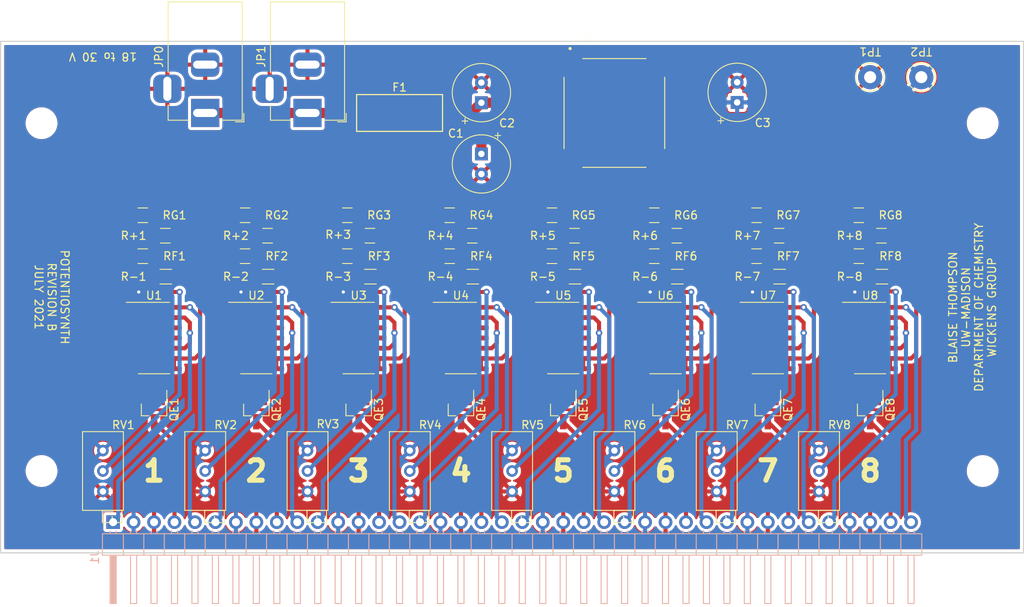
<source format=kicad_pcb>
(kicad_pcb (version 20171130) (host pcbnew 5.1.8+dfsg1-1+b1)
  (title_block (title potentiosynth) (date 2021-07-09) (rev B) (company "University of Wisconsin-Madison") (comment 1 "Department of Chemistry") (comment 2 "Wickens Group") (comment 3 "Blaise Thompson") (comment 4 blaise.thompson@wisc.edu))
  (layers (0 F.Cu signal) (31 B.Cu signal) (34 B.Paste user) (35 F.Paste user) (36 B.SilkS user) (37 F.SilkS user) (38 B.Mask user) (39 F.Mask user) (44 Edge.Cuts user))
  (net 0 "")
  (net 1 +15V)
  (net 2 GND)
  (net 3 "Net-(C1-Pad1)")
  (net 4 /8/ERROR)
  (net 5 /7/ERROR)
  (net 6 /6/ERROR)
  (net 7 /5/ERROR)
  (net 8 /4/ERROR)
  (net 9 /3/ERROR)
  (net 10 /2/ERROR)
  (net 11 /1/ERROR)
  (net 12 "Net-(R+1-Pad2)")
  (net 13 "Net-(R+2-Pad2)")
  (net 14 "Net-(R+3-Pad2)")
  (net 15 "Net-(R+4-Pad2)")
  (net 16 "Net-(R+5-Pad2)")
  (net 17 "Net-(R+6-Pad2)")
  (net 18 "Net-(R+7-Pad2)")
  (net 19 "Net-(R+8-Pad2)")
  (net 20 "Net-(R-1-Pad1)")
  (net 21 "Net-(R-2-Pad1)")
  (net 22 "Net-(R-3-Pad1)")
  (net 23 "Net-(R-4-Pad1)")
  (net 24 "Net-(R-5-Pad1)")
  (net 25 "Net-(R-6-Pad1)")
  (net 26 "Net-(R-7-Pad1)")
  (net 27 "Net-(R-8-Pad1)")
  (net 28 /8/COUNTER)
  (net 29 /8/REFERENCE)
  (net 30 /7/COUNTER)
  (net 31 /7/REFERENCE)
  (net 32 /6/COUNTER)
  (net 33 /6/REFERENCE)
  (net 34 /5/COUNTER)
  (net 35 /5/REFERENCE)
  (net 36 /4/COUNTER)
  (net 37 /4/REFERENCE)
  (net 38 /3/COUNTER)
  (net 39 /3/REFERENCE)
  (net 40 /2/COUNTER)
  (net 41 /2/REFERENCE)
  (net 42 /1/COUNTER)
  (net 43 /1/REFERENCE)
  (net 44 "Net-(R+1-Pad1)")
  (net 45 "Net-(R+2-Pad1)")
  (net 46 "Net-(R+3-Pad1)")
  (net 47 "Net-(R+4-Pad1)")
  (net 48 "Net-(R+5-Pad1)")
  (net 49 "Net-(R+6-Pad1)")
  (net 50 "Net-(R+7-Pad1)")
  (net 51 "Net-(R+8-Pad1)")
  (net 52 "Net-(QE1-Pad1)")
  (net 53 "Net-(QE2-Pad1)")
  (net 54 "Net-(QE3-Pad1)")
  (net 55 "Net-(QE4-Pad1)")
  (net 56 "Net-(QE5-Pad1)")
  (net 57 "Net-(QE6-Pad1)")
  (net 58 "Net-(QE7-Pad1)")
  (net 59 "Net-(QE8-Pad1)")
  (net 60 "Net-(R-1-Pad2)")
  (net 61 "Net-(R-2-Pad2)")
  (net 62 "Net-(R-3-Pad2)")
  (net 63 "Net-(R-4-Pad2)")
  (net 64 "Net-(R-5-Pad2)")
  (net 65 "Net-(R-6-Pad2)")
  (net 66 "Net-(R-7-Pad2)")
  (net 67 "Net-(R-8-Pad2)")
  (net 68 "Net-(F1-Pad1)")
  (module footprints:01550900M (layer F.Cu) (at 100.33 72.39)
    (fp_text reference F1 (at 0 -3.175) (layer F.SilkS))
    (fp_text value Fuse)
    (pad 1 smd roundrect (at -3.1877 0) (size 3.81 4.2418) (layers F.Cu F.Paste F.Mask) (roundrect_rratio 0.1) (net 68 "Net-(F1-Pad1)"))
    (pad 2 smd roundrect (at 3.1877 0) (size 3.81 4.2418) (layers F.Cu F.Paste F.Mask) (roundrect_rratio 0.1) (net 3 "Net-(C1-Pad1)"))
  )
  (module Package_SO:SOIC-14_3.9x8.7mm_P1.27mm (layer F.Cu) (at 158.75 100.33)
    (fp_text reference U8 (at 0 -5.28) (layer F.SilkS))
    (fp_text value TLV9154IDR)
    (pad 14 smd roundrect (at 2.475 -3.81) (size 1.95 0.6) (layers F.Cu F.Paste F.Mask) (net 28 /8/COUNTER))
    (pad 13 smd roundrect (at 2.475 -2.54) (size 1.95 0.6) (layers F.Cu F.Paste F.Mask) (net 29 /8/REFERENCE))
    (pad 12 smd roundrect (at 2.475 -1.27) (size 1.95 0.6) (layers F.Cu F.Paste F.Mask) (net 51 "Net-(R+8-Pad1)"))
    (pad 11 smd roundrect (at 2.475 0) (size 1.95 0.6) (layers F.Cu F.Paste F.Mask) (net 2 GND))
    (pad 10 smd roundrect (at 2.475 1.27) (size 1.95 0.6) (layers F.Cu F.Paste F.Mask) (net 29 /8/REFERENCE))
    (pad 9 smd roundrect (at 2.475 2.54) (size 1.95 0.6) (layers F.Cu F.Paste F.Mask) (net 67 "Net-(R-8-Pad2)"))
    (pad 8 smd roundrect (at 2.475 3.81) (size 1.95 0.6) (layers F.Cu F.Paste F.Mask) (net 67 "Net-(R-8-Pad2)"))
    (pad 7 smd roundrect (at -2.475 3.81) (size 1.95 0.6) (layers F.Cu F.Paste F.Mask) (net 59 "Net-(QE8-Pad1)"))
    (pad 6 smd roundrect (at -2.475 2.54) (size 1.95 0.6) (layers F.Cu F.Paste F.Mask) (net 27 "Net-(R-8-Pad1)"))
    (pad 5 smd roundrect (at -2.475 1.27) (size 1.95 0.6) (layers F.Cu F.Paste F.Mask) (net 19 "Net-(R+8-Pad2)"))
    (pad 4 smd roundrect (at -2.475 0) (size 1.95 0.6) (layers F.Cu F.Paste F.Mask) (net 1 +15V))
    (pad 3 smd roundrect (at -2.475 -1.27) (size 1.95 0.6) (layers F.Cu F.Paste F.Mask))
    (pad 2 smd roundrect (at -2.475 -2.54) (size 1.95 0.6) (layers F.Cu F.Paste F.Mask))
    (pad 1 smd roundrect (at -2.475 -3.81) (size 1.95 0.6) (layers F.Cu F.Paste F.Mask))
  )
  (module Package_SO:SOIC-14_3.9x8.7mm_P1.27mm (layer F.Cu) (at 146.05 100.33)
    (fp_text reference U7 (at 0 -5.28) (layer F.SilkS))
    (fp_text value TLV9154IDR)
    (pad 14 smd roundrect (at 2.475 -3.81) (size 1.95 0.6) (layers F.Cu F.Paste F.Mask) (net 30 /7/COUNTER))
    (pad 13 smd roundrect (at 2.475 -2.54) (size 1.95 0.6) (layers F.Cu F.Paste F.Mask) (net 31 /7/REFERENCE))
    (pad 12 smd roundrect (at 2.475 -1.27) (size 1.95 0.6) (layers F.Cu F.Paste F.Mask) (net 50 "Net-(R+7-Pad1)"))
    (pad 11 smd roundrect (at 2.475 0) (size 1.95 0.6) (layers F.Cu F.Paste F.Mask) (net 2 GND))
    (pad 10 smd roundrect (at 2.475 1.27) (size 1.95 0.6) (layers F.Cu F.Paste F.Mask) (net 31 /7/REFERENCE))
    (pad 9 smd roundrect (at 2.475 2.54) (size 1.95 0.6) (layers F.Cu F.Paste F.Mask) (net 66 "Net-(R-7-Pad2)"))
    (pad 8 smd roundrect (at 2.475 3.81) (size 1.95 0.6) (layers F.Cu F.Paste F.Mask) (net 66 "Net-(R-7-Pad2)"))
    (pad 7 smd roundrect (at -2.475 3.81) (size 1.95 0.6) (layers F.Cu F.Paste F.Mask) (net 58 "Net-(QE7-Pad1)"))
    (pad 6 smd roundrect (at -2.475 2.54) (size 1.95 0.6) (layers F.Cu F.Paste F.Mask) (net 26 "Net-(R-7-Pad1)"))
    (pad 5 smd roundrect (at -2.475 1.27) (size 1.95 0.6) (layers F.Cu F.Paste F.Mask) (net 18 "Net-(R+7-Pad2)"))
    (pad 4 smd roundrect (at -2.475 0) (size 1.95 0.6) (layers F.Cu F.Paste F.Mask) (net 1 +15V))
    (pad 3 smd roundrect (at -2.475 -1.27) (size 1.95 0.6) (layers F.Cu F.Paste F.Mask))
    (pad 2 smd roundrect (at -2.475 -2.54) (size 1.95 0.6) (layers F.Cu F.Paste F.Mask))
    (pad 1 smd roundrect (at -2.475 -3.81) (size 1.95 0.6) (layers F.Cu F.Paste F.Mask))
  )
  (module Package_SO:SOIC-14_3.9x8.7mm_P1.27mm (layer F.Cu) (at 133.35 100.33)
    (fp_text reference U6 (at 0 -5.28) (layer F.SilkS))
    (fp_text value TLV9154IDR)
    (pad 14 smd roundrect (at 2.475 -3.81) (size 1.95 0.6) (layers F.Cu F.Paste F.Mask) (net 32 /6/COUNTER))
    (pad 13 smd roundrect (at 2.475 -2.54) (size 1.95 0.6) (layers F.Cu F.Paste F.Mask) (net 33 /6/REFERENCE))
    (pad 12 smd roundrect (at 2.475 -1.27) (size 1.95 0.6) (layers F.Cu F.Paste F.Mask) (net 49 "Net-(R+6-Pad1)"))
    (pad 11 smd roundrect (at 2.475 0) (size 1.95 0.6) (layers F.Cu F.Paste F.Mask) (net 2 GND))
    (pad 10 smd roundrect (at 2.475 1.27) (size 1.95 0.6) (layers F.Cu F.Paste F.Mask) (net 33 /6/REFERENCE))
    (pad 9 smd roundrect (at 2.475 2.54) (size 1.95 0.6) (layers F.Cu F.Paste F.Mask) (net 65 "Net-(R-6-Pad2)"))
    (pad 8 smd roundrect (at 2.475 3.81) (size 1.95 0.6) (layers F.Cu F.Paste F.Mask) (net 65 "Net-(R-6-Pad2)"))
    (pad 7 smd roundrect (at -2.475 3.81) (size 1.95 0.6) (layers F.Cu F.Paste F.Mask) (net 57 "Net-(QE6-Pad1)"))
    (pad 6 smd roundrect (at -2.475 2.54) (size 1.95 0.6) (layers F.Cu F.Paste F.Mask) (net 25 "Net-(R-6-Pad1)"))
    (pad 5 smd roundrect (at -2.475 1.27) (size 1.95 0.6) (layers F.Cu F.Paste F.Mask) (net 17 "Net-(R+6-Pad2)"))
    (pad 4 smd roundrect (at -2.475 0) (size 1.95 0.6) (layers F.Cu F.Paste F.Mask) (net 1 +15V))
    (pad 3 smd roundrect (at -2.475 -1.27) (size 1.95 0.6) (layers F.Cu F.Paste F.Mask))
    (pad 2 smd roundrect (at -2.475 -2.54) (size 1.95 0.6) (layers F.Cu F.Paste F.Mask))
    (pad 1 smd roundrect (at -2.475 -3.81) (size 1.95 0.6) (layers F.Cu F.Paste F.Mask))
  )
  (module Package_SO:SOIC-14_3.9x8.7mm_P1.27mm (layer F.Cu) (at 120.65 100.33)
    (fp_text reference U5 (at 0 -5.28) (layer F.SilkS))
    (fp_text value TLV9154IDR)
    (pad 14 smd roundrect (at 2.475 -3.81) (size 1.95 0.6) (layers F.Cu F.Paste F.Mask) (net 34 /5/COUNTER))
    (pad 13 smd roundrect (at 2.475 -2.54) (size 1.95 0.6) (layers F.Cu F.Paste F.Mask) (net 35 /5/REFERENCE))
    (pad 12 smd roundrect (at 2.475 -1.27) (size 1.95 0.6) (layers F.Cu F.Paste F.Mask) (net 48 "Net-(R+5-Pad1)"))
    (pad 11 smd roundrect (at 2.475 0) (size 1.95 0.6) (layers F.Cu F.Paste F.Mask) (net 2 GND))
    (pad 10 smd roundrect (at 2.475 1.27) (size 1.95 0.6) (layers F.Cu F.Paste F.Mask) (net 35 /5/REFERENCE))
    (pad 9 smd roundrect (at 2.475 2.54) (size 1.95 0.6) (layers F.Cu F.Paste F.Mask) (net 64 "Net-(R-5-Pad2)"))
    (pad 8 smd roundrect (at 2.475 3.81) (size 1.95 0.6) (layers F.Cu F.Paste F.Mask) (net 64 "Net-(R-5-Pad2)"))
    (pad 7 smd roundrect (at -2.475 3.81) (size 1.95 0.6) (layers F.Cu F.Paste F.Mask) (net 56 "Net-(QE5-Pad1)"))
    (pad 6 smd roundrect (at -2.475 2.54) (size 1.95 0.6) (layers F.Cu F.Paste F.Mask) (net 24 "Net-(R-5-Pad1)"))
    (pad 5 smd roundrect (at -2.475 1.27) (size 1.95 0.6) (layers F.Cu F.Paste F.Mask) (net 16 "Net-(R+5-Pad2)"))
    (pad 4 smd roundrect (at -2.475 0) (size 1.95 0.6) (layers F.Cu F.Paste F.Mask) (net 1 +15V))
    (pad 3 smd roundrect (at -2.475 -1.27) (size 1.95 0.6) (layers F.Cu F.Paste F.Mask))
    (pad 2 smd roundrect (at -2.475 -2.54) (size 1.95 0.6) (layers F.Cu F.Paste F.Mask))
    (pad 1 smd roundrect (at -2.475 -3.81) (size 1.95 0.6) (layers F.Cu F.Paste F.Mask))
  )
  (module Package_SO:SOIC-14_3.9x8.7mm_P1.27mm (layer F.Cu) (at 107.95 100.33)
    (fp_text reference U4 (at 0 -5.28) (layer F.SilkS))
    (fp_text value TLV9154IDR)
    (pad 14 smd roundrect (at 2.475 -3.81) (size 1.95 0.6) (layers F.Cu F.Paste F.Mask) (net 36 /4/COUNTER))
    (pad 13 smd roundrect (at 2.475 -2.54) (size 1.95 0.6) (layers F.Cu F.Paste F.Mask) (net 37 /4/REFERENCE))
    (pad 12 smd roundrect (at 2.475 -1.27) (size 1.95 0.6) (layers F.Cu F.Paste F.Mask) (net 47 "Net-(R+4-Pad1)"))
    (pad 11 smd roundrect (at 2.475 0) (size 1.95 0.6) (layers F.Cu F.Paste F.Mask) (net 2 GND))
    (pad 10 smd roundrect (at 2.475 1.27) (size 1.95 0.6) (layers F.Cu F.Paste F.Mask) (net 37 /4/REFERENCE))
    (pad 9 smd roundrect (at 2.475 2.54) (size 1.95 0.6) (layers F.Cu F.Paste F.Mask) (net 63 "Net-(R-4-Pad2)"))
    (pad 8 smd roundrect (at 2.475 3.81) (size 1.95 0.6) (layers F.Cu F.Paste F.Mask) (net 63 "Net-(R-4-Pad2)"))
    (pad 7 smd roundrect (at -2.475 3.81) (size 1.95 0.6) (layers F.Cu F.Paste F.Mask) (net 55 "Net-(QE4-Pad1)"))
    (pad 6 smd roundrect (at -2.475 2.54) (size 1.95 0.6) (layers F.Cu F.Paste F.Mask) (net 23 "Net-(R-4-Pad1)"))
    (pad 5 smd roundrect (at -2.475 1.27) (size 1.95 0.6) (layers F.Cu F.Paste F.Mask) (net 15 "Net-(R+4-Pad2)"))
    (pad 4 smd roundrect (at -2.475 0) (size 1.95 0.6) (layers F.Cu F.Paste F.Mask) (net 1 +15V))
    (pad 3 smd roundrect (at -2.475 -1.27) (size 1.95 0.6) (layers F.Cu F.Paste F.Mask))
    (pad 2 smd roundrect (at -2.475 -2.54) (size 1.95 0.6) (layers F.Cu F.Paste F.Mask))
    (pad 1 smd roundrect (at -2.475 -3.81) (size 1.95 0.6) (layers F.Cu F.Paste F.Mask))
  )
  (module Package_SO:SOIC-14_3.9x8.7mm_P1.27mm (layer F.Cu) (at 95.25 100.33)
    (fp_text reference U3 (at 0 -5.28) (layer F.SilkS))
    (fp_text value TLV9154IDR)
    (pad 14 smd roundrect (at 2.475 -3.81) (size 1.95 0.6) (layers F.Cu F.Paste F.Mask) (net 38 /3/COUNTER))
    (pad 13 smd roundrect (at 2.475 -2.54) (size 1.95 0.6) (layers F.Cu F.Paste F.Mask) (net 39 /3/REFERENCE))
    (pad 12 smd roundrect (at 2.475 -1.27) (size 1.95 0.6) (layers F.Cu F.Paste F.Mask) (net 46 "Net-(R+3-Pad1)"))
    (pad 11 smd roundrect (at 2.475 0) (size 1.95 0.6) (layers F.Cu F.Paste F.Mask) (net 2 GND))
    (pad 10 smd roundrect (at 2.475 1.27) (size 1.95 0.6) (layers F.Cu F.Paste F.Mask) (net 39 /3/REFERENCE))
    (pad 9 smd roundrect (at 2.475 2.54) (size 1.95 0.6) (layers F.Cu F.Paste F.Mask) (net 62 "Net-(R-3-Pad2)"))
    (pad 8 smd roundrect (at 2.475 3.81) (size 1.95 0.6) (layers F.Cu F.Paste F.Mask) (net 62 "Net-(R-3-Pad2)"))
    (pad 7 smd roundrect (at -2.475 3.81) (size 1.95 0.6) (layers F.Cu F.Paste F.Mask) (net 54 "Net-(QE3-Pad1)"))
    (pad 6 smd roundrect (at -2.475 2.54) (size 1.95 0.6) (layers F.Cu F.Paste F.Mask) (net 22 "Net-(R-3-Pad1)"))
    (pad 5 smd roundrect (at -2.475 1.27) (size 1.95 0.6) (layers F.Cu F.Paste F.Mask) (net 14 "Net-(R+3-Pad2)"))
    (pad 4 smd roundrect (at -2.475 0) (size 1.95 0.6) (layers F.Cu F.Paste F.Mask) (net 1 +15V))
    (pad 3 smd roundrect (at -2.475 -1.27) (size 1.95 0.6) (layers F.Cu F.Paste F.Mask))
    (pad 2 smd roundrect (at -2.475 -2.54) (size 1.95 0.6) (layers F.Cu F.Paste F.Mask))
    (pad 1 smd roundrect (at -2.475 -3.81) (size 1.95 0.6) (layers F.Cu F.Paste F.Mask))
  )
  (module Package_SO:SOIC-14_3.9x8.7mm_P1.27mm (layer F.Cu) (at 82.55 100.33)
    (fp_text reference U2 (at 0 -5.28) (layer F.SilkS))
    (fp_text value TLV9154IDR)
    (pad 14 smd roundrect (at 2.475 -3.81) (size 1.95 0.6) (layers F.Cu F.Paste F.Mask) (net 40 /2/COUNTER))
    (pad 13 smd roundrect (at 2.475 -2.54) (size 1.95 0.6) (layers F.Cu F.Paste F.Mask) (net 41 /2/REFERENCE))
    (pad 12 smd roundrect (at 2.475 -1.27) (size 1.95 0.6) (layers F.Cu F.Paste F.Mask) (net 45 "Net-(R+2-Pad1)"))
    (pad 11 smd roundrect (at 2.475 0) (size 1.95 0.6) (layers F.Cu F.Paste F.Mask) (net 2 GND))
    (pad 10 smd roundrect (at 2.475 1.27) (size 1.95 0.6) (layers F.Cu F.Paste F.Mask) (net 41 /2/REFERENCE))
    (pad 9 smd roundrect (at 2.475 2.54) (size 1.95 0.6) (layers F.Cu F.Paste F.Mask) (net 61 "Net-(R-2-Pad2)"))
    (pad 8 smd roundrect (at 2.475 3.81) (size 1.95 0.6) (layers F.Cu F.Paste F.Mask) (net 61 "Net-(R-2-Pad2)"))
    (pad 7 smd roundrect (at -2.475 3.81) (size 1.95 0.6) (layers F.Cu F.Paste F.Mask) (net 53 "Net-(QE2-Pad1)"))
    (pad 6 smd roundrect (at -2.475 2.54) (size 1.95 0.6) (layers F.Cu F.Paste F.Mask) (net 21 "Net-(R-2-Pad1)"))
    (pad 5 smd roundrect (at -2.475 1.27) (size 1.95 0.6) (layers F.Cu F.Paste F.Mask) (net 13 "Net-(R+2-Pad2)"))
    (pad 4 smd roundrect (at -2.475 0) (size 1.95 0.6) (layers F.Cu F.Paste F.Mask) (net 1 +15V))
    (pad 3 smd roundrect (at -2.475 -1.27) (size 1.95 0.6) (layers F.Cu F.Paste F.Mask))
    (pad 2 smd roundrect (at -2.475 -2.54) (size 1.95 0.6) (layers F.Cu F.Paste F.Mask))
    (pad 1 smd roundrect (at -2.475 -3.81) (size 1.95 0.6) (layers F.Cu F.Paste F.Mask))
  )
  (module Package_SO:SOIC-14_3.9x8.7mm_P1.27mm (layer F.Cu) (at 69.85 100.33)
    (fp_text reference U1 (at 0 -5.28) (layer F.SilkS))
    (fp_text value TLV9154IDR)
    (pad 14 smd roundrect (at 2.475 -3.81) (size 1.95 0.6) (layers F.Cu F.Paste F.Mask) (net 42 /1/COUNTER))
    (pad 13 smd roundrect (at 2.475 -2.54) (size 1.95 0.6) (layers F.Cu F.Paste F.Mask) (net 43 /1/REFERENCE))
    (pad 12 smd roundrect (at 2.475 -1.27) (size 1.95 0.6) (layers F.Cu F.Paste F.Mask) (net 44 "Net-(R+1-Pad1)"))
    (pad 11 smd roundrect (at 2.475 0) (size 1.95 0.6) (layers F.Cu F.Paste F.Mask) (net 2 GND))
    (pad 10 smd roundrect (at 2.475 1.27) (size 1.95 0.6) (layers F.Cu F.Paste F.Mask) (net 43 /1/REFERENCE))
    (pad 9 smd roundrect (at 2.475 2.54) (size 1.95 0.6) (layers F.Cu F.Paste F.Mask) (net 60 "Net-(R-1-Pad2)"))
    (pad 8 smd roundrect (at 2.475 3.81) (size 1.95 0.6) (layers F.Cu F.Paste F.Mask) (net 60 "Net-(R-1-Pad2)"))
    (pad 7 smd roundrect (at -2.475 3.81) (size 1.95 0.6) (layers F.Cu F.Paste F.Mask) (net 52 "Net-(QE1-Pad1)"))
    (pad 6 smd roundrect (at -2.475 2.54) (size 1.95 0.6) (layers F.Cu F.Paste F.Mask) (net 20 "Net-(R-1-Pad1)"))
    (pad 5 smd roundrect (at -2.475 1.27) (size 1.95 0.6) (layers F.Cu F.Paste F.Mask) (net 12 "Net-(R+1-Pad2)"))
    (pad 4 smd roundrect (at -2.475 0) (size 1.95 0.6) (layers F.Cu F.Paste F.Mask) (net 1 +15V))
    (pad 3 smd roundrect (at -2.475 -1.27) (size 1.95 0.6) (layers F.Cu F.Paste F.Mask))
    (pad 2 smd roundrect (at -2.475 -2.54) (size 1.95 0.6) (layers F.Cu F.Paste F.Mask))
    (pad 1 smd roundrect (at -2.475 -3.81) (size 1.95 0.6) (layers F.Cu F.Paste F.Mask))
  )
  (module footprints:CONV_VXO7815-500-M (layer F.Cu) (at 127 72.39)
    (fp_text reference U0 (at -3.325 -9.135) (layer F.SilkS) (effects (font (thickness 0.015))))
    (fp_text value R-7815-0.5)
    (pad 4 smd rect (at -5.5 6) (size 2.5 2.5) (layers F.Cu F.Paste F.Mask))
    (pad 3 smd rect (at 5.5 6) (size 2.5 2.5) (layers F.Cu F.Paste F.Mask) (net 1 +15V))
    (pad 2 smd rect (at 5.5 -6) (size 2.5 2.5) (layers F.Cu F.Paste F.Mask) (net 2 GND))
    (pad 1 smd rect (at -5.5 -6) (size 2.5 2.5) (layers F.Cu F.Paste F.Mask) (net 3 "Net-(C1-Pad1)"))
  )
  (module Potentiometer_THT:Potentiometer_Bourns_3296X_Horizontal (layer F.Cu) (at 114.3 114.3 90)
    (fp_text reference RV5 (at 3.175 2.54 180) (layer F.SilkS))
    (fp_text value R_POT_US)
    (pad 3 thru_hole circle (at -5.08 0 90) (size 1.44 1.44) (drill 0.8) (layers *.Cu *.Mask) (net 2 GND))
    (pad 2 thru_hole circle (at -2.54 0 90) (size 1.44 1.44) (drill 0.8) (layers *.Cu *.Mask) (net 48 "Net-(R+5-Pad1)"))
    (pad 1 thru_hole circle (at 0 0 90) (size 1.44 1.44) (drill 0.8) (layers *.Cu *.Mask) (net 1 +15V))
  )
  (module Potentiometer_THT:Potentiometer_Bourns_3296X_Horizontal (layer F.Cu) (at 63.5 114.3 90)
    (fp_text reference RV1 (at 3.175 2.54 180) (layer F.SilkS))
    (fp_text value R_POT_US)
    (pad 3 thru_hole circle (at -5.08 0 90) (size 1.44 1.44) (drill 0.8) (layers *.Cu *.Mask) (net 2 GND))
    (pad 2 thru_hole circle (at -2.54 0 90) (size 1.44 1.44) (drill 0.8) (layers *.Cu *.Mask) (net 44 "Net-(R+1-Pad1)"))
    (pad 1 thru_hole circle (at 0 0 90) (size 1.44 1.44) (drill 0.8) (layers *.Cu *.Mask) (net 1 +15V))
  )
  (module Package_TO_SOT_SMD:SOT-23_Handsoldering (layer F.Cu) (at 158.75 109.22 270)
    (fp_text reference QE8 (at 0 -2.5 90) (layer F.SilkS))
    (fp_text value 2N70002K)
    (pad 3 smd rect (at 1.5 0 270) (size 1.9 0.8) (layers F.Cu F.Paste F.Mask) (net 4 /8/ERROR))
    (pad 2 smd rect (at -1.5 0.95 270) (size 1.9 0.8) (layers F.Cu F.Paste F.Mask) (net 2 GND))
    (pad 1 smd rect (at -1.5 -0.95 270) (size 1.9 0.8) (layers F.Cu F.Paste F.Mask) (net 59 "Net-(QE8-Pad1)"))
  )
  (module Package_TO_SOT_SMD:SOT-23_Handsoldering (layer F.Cu) (at 146.05 109.22 270)
    (fp_text reference QE7 (at 0 -2.5 90) (layer F.SilkS))
    (fp_text value 2N70002K)
    (pad 3 smd rect (at 1.5 0 270) (size 1.9 0.8) (layers F.Cu F.Paste F.Mask) (net 5 /7/ERROR))
    (pad 2 smd rect (at -1.5 0.95 270) (size 1.9 0.8) (layers F.Cu F.Paste F.Mask) (net 2 GND))
    (pad 1 smd rect (at -1.5 -0.95 270) (size 1.9 0.8) (layers F.Cu F.Paste F.Mask) (net 58 "Net-(QE7-Pad1)"))
  )
  (module Package_TO_SOT_SMD:SOT-23_Handsoldering (layer F.Cu) (at 133.35 109.22 270)
    (fp_text reference QE6 (at 0 -2.5 90) (layer F.SilkS))
    (fp_text value 2N70002K)
    (pad 3 smd rect (at 1.5 0 270) (size 1.9 0.8) (layers F.Cu F.Paste F.Mask) (net 6 /6/ERROR))
    (pad 2 smd rect (at -1.5 0.95 270) (size 1.9 0.8) (layers F.Cu F.Paste F.Mask) (net 2 GND))
    (pad 1 smd rect (at -1.5 -0.95 270) (size 1.9 0.8) (layers F.Cu F.Paste F.Mask) (net 57 "Net-(QE6-Pad1)"))
  )
  (module Package_TO_SOT_SMD:SOT-23_Handsoldering (layer F.Cu) (at 120.65 109.22 270)
    (fp_text reference QE5 (at 0 -2.5 90) (layer F.SilkS))
    (fp_text value 2N70002K)
    (pad 3 smd rect (at 1.5 0 270) (size 1.9 0.8) (layers F.Cu F.Paste F.Mask) (net 7 /5/ERROR))
    (pad 2 smd rect (at -1.5 0.95 270) (size 1.9 0.8) (layers F.Cu F.Paste F.Mask) (net 2 GND))
    (pad 1 smd rect (at -1.5 -0.95 270) (size 1.9 0.8) (layers F.Cu F.Paste F.Mask) (net 56 "Net-(QE5-Pad1)"))
  )
  (module Package_TO_SOT_SMD:SOT-23_Handsoldering (layer F.Cu) (at 107.95 109.22 270)
    (fp_text reference QE4 (at 0 -2.5 90) (layer F.SilkS))
    (fp_text value 2N70002K)
    (pad 3 smd rect (at 1.5 0 270) (size 1.9 0.8) (layers F.Cu F.Paste F.Mask) (net 8 /4/ERROR))
    (pad 2 smd rect (at -1.5 0.95 270) (size 1.9 0.8) (layers F.Cu F.Paste F.Mask) (net 2 GND))
    (pad 1 smd rect (at -1.5 -0.95 270) (size 1.9 0.8) (layers F.Cu F.Paste F.Mask) (net 55 "Net-(QE4-Pad1)"))
  )
  (module Package_TO_SOT_SMD:SOT-23_Handsoldering (layer F.Cu) (at 95.25 109.22 270)
    (fp_text reference QE3 (at 0 -2.5 90) (layer F.SilkS))
    (fp_text value 2N70002K)
    (pad 3 smd rect (at 1.5 0 270) (size 1.9 0.8) (layers F.Cu F.Paste F.Mask) (net 9 /3/ERROR))
    (pad 2 smd rect (at -1.5 0.95 270) (size 1.9 0.8) (layers F.Cu F.Paste F.Mask) (net 2 GND))
    (pad 1 smd rect (at -1.5 -0.95 270) (size 1.9 0.8) (layers F.Cu F.Paste F.Mask) (net 54 "Net-(QE3-Pad1)"))
  )
  (module Package_TO_SOT_SMD:SOT-23_Handsoldering (layer F.Cu) (at 82.55 109.22 270)
    (fp_text reference QE2 (at 0 -2.5 90) (layer F.SilkS))
    (fp_text value 2N70002K)
    (pad 3 smd rect (at 1.5 0 270) (size 1.9 0.8) (layers F.Cu F.Paste F.Mask) (net 10 /2/ERROR))
    (pad 2 smd rect (at -1.5 0.95 270) (size 1.9 0.8) (layers F.Cu F.Paste F.Mask) (net 2 GND))
    (pad 1 smd rect (at -1.5 -0.95 270) (size 1.9 0.8) (layers F.Cu F.Paste F.Mask) (net 53 "Net-(QE2-Pad1)"))
  )
  (module Package_TO_SOT_SMD:SOT-23_Handsoldering (layer F.Cu) (at 69.85 109.22 270)
    (fp_text reference QE1 (at 0 -2.5 90) (layer F.SilkS))
    (fp_text value 2N70002K)
    (pad 3 smd rect (at 1.5 0 270) (size 1.9 0.8) (layers F.Cu F.Paste F.Mask) (net 11 /1/ERROR))
    (pad 2 smd rect (at -1.5 0.95 270) (size 1.9 0.8) (layers F.Cu F.Paste F.Mask) (net 2 GND))
    (pad 1 smd rect (at -1.5 -0.95 270) (size 1.9 0.8) (layers F.Cu F.Paste F.Mask) (net 52 "Net-(QE1-Pad1)"))
  )
  (module Resistor_SMD:R_1206_3216Metric (layer F.Cu) (at 160.2125 92.71)
    (fp_text reference R-8 (at -4.0025 0) (layer F.SilkS))
    (fp_text value 1k)
    (pad 2 smd roundrect (at 1.4625 0) (size 1.125 1.75) (layers F.Cu F.Paste F.Mask) (roundrect_rratio 0.2222195555555556) (net 67 "Net-(R-8-Pad2)"))
    (pad 1 smd roundrect (at -1.4625 0) (size 1.125 1.75) (layers F.Cu F.Paste F.Mask) (roundrect_rratio 0.2222195555555556) (net 27 "Net-(R-8-Pad1)"))
  )
  (module Resistor_SMD:R_1206_3216Metric (layer F.Cu) (at 147.5125 92.71)
    (fp_text reference R-7 (at -4.0025 0) (layer F.SilkS))
    (fp_text value 1k)
    (pad 2 smd roundrect (at 1.4625 0) (size 1.125 1.75) (layers F.Cu F.Paste F.Mask) (roundrect_rratio 0.2222195555555556) (net 66 "Net-(R-7-Pad2)"))
    (pad 1 smd roundrect (at -1.4625 0) (size 1.125 1.75) (layers F.Cu F.Paste F.Mask) (roundrect_rratio 0.2222195555555556) (net 26 "Net-(R-7-Pad1)"))
  )
  (module Resistor_SMD:R_1206_3216Metric (layer F.Cu) (at 134.8125 92.71)
    (fp_text reference R-6 (at -4.0025 0) (layer F.SilkS))
    (fp_text value 1k)
    (pad 2 smd roundrect (at 1.4625 0) (size 1.125 1.75) (layers F.Cu F.Paste F.Mask) (roundrect_rratio 0.2222195555555556) (net 65 "Net-(R-6-Pad2)"))
    (pad 1 smd roundrect (at -1.4625 0) (size 1.125 1.75) (layers F.Cu F.Paste F.Mask) (roundrect_rratio 0.2222195555555556) (net 25 "Net-(R-6-Pad1)"))
  )
  (module Resistor_SMD:R_1206_3216Metric (layer F.Cu) (at 122.1125 92.71)
    (fp_text reference R-5 (at -4.0025 0) (layer F.SilkS))
    (fp_text value 1k)
    (pad 2 smd roundrect (at 1.4625 0) (size 1.125 1.75) (layers F.Cu F.Paste F.Mask) (roundrect_rratio 0.2222195555555556) (net 64 "Net-(R-5-Pad2)"))
    (pad 1 smd roundrect (at -1.4625 0) (size 1.125 1.75) (layers F.Cu F.Paste F.Mask) (roundrect_rratio 0.2222195555555556) (net 24 "Net-(R-5-Pad1)"))
  )
  (module Resistor_SMD:R_1206_3216Metric (layer F.Cu) (at 109.4125 92.71)
    (fp_text reference R-4 (at -4.0025 0) (layer F.SilkS))
    (fp_text value 1k)
    (pad 2 smd roundrect (at 1.4625 0) (size 1.125 1.75) (layers F.Cu F.Paste F.Mask) (roundrect_rratio 0.2222195555555556) (net 63 "Net-(R-4-Pad2)"))
    (pad 1 smd roundrect (at -1.4625 0) (size 1.125 1.75) (layers F.Cu F.Paste F.Mask) (roundrect_rratio 0.2222195555555556) (net 23 "Net-(R-4-Pad1)"))
  )
  (module Resistor_SMD:R_1206_3216Metric (layer F.Cu) (at 96.7125 92.71)
    (fp_text reference R-3 (at -4.0025 0) (layer F.SilkS))
    (fp_text value 1k)
    (pad 2 smd roundrect (at 1.4625 0) (size 1.125 1.75) (layers F.Cu F.Paste F.Mask) (roundrect_rratio 0.2222195555555556) (net 62 "Net-(R-3-Pad2)"))
    (pad 1 smd roundrect (at -1.4625 0) (size 1.125 1.75) (layers F.Cu F.Paste F.Mask) (roundrect_rratio 0.2222195555555556) (net 22 "Net-(R-3-Pad1)"))
  )
  (module Resistor_SMD:R_1206_3216Metric (layer F.Cu) (at 84.0125 92.71)
    (fp_text reference R-2 (at -4.0025 0) (layer F.SilkS))
    (fp_text value 1k)
    (pad 2 smd roundrect (at 1.4625 0) (size 1.125 1.75) (layers F.Cu F.Paste F.Mask) (roundrect_rratio 0.2222195555555556) (net 61 "Net-(R-2-Pad2)"))
    (pad 1 smd roundrect (at -1.4625 0) (size 1.125 1.75) (layers F.Cu F.Paste F.Mask) (roundrect_rratio 0.2222195555555556) (net 21 "Net-(R-2-Pad1)"))
  )
  (module Resistor_SMD:R_1206_3216Metric (layer F.Cu) (at 71.3125 92.71)
    (fp_text reference R-1 (at -4.0025 0) (layer F.SilkS))
    (fp_text value 1k)
    (pad 2 smd roundrect (at 1.4625 0) (size 1.125 1.75) (layers F.Cu F.Paste F.Mask) (roundrect_rratio 0.2222195555555556) (net 60 "Net-(R-1-Pad2)"))
    (pad 1 smd roundrect (at -1.4625 0) (size 1.125 1.75) (layers F.Cu F.Paste F.Mask) (roundrect_rratio 0.2222195555555556) (net 20 "Net-(R-1-Pad1)"))
  )
  (module Potentiometer_THT:Potentiometer_Bourns_3296X_Horizontal (layer F.Cu) (at 127 114.3 90)
    (fp_text reference RV6 (at 3.175 2.54 180) (layer F.SilkS))
    (fp_text value R_POT_US)
    (pad 3 thru_hole circle (at -5.08 0 90) (size 1.44 1.44) (drill 0.8) (layers *.Cu *.Mask) (net 2 GND))
    (pad 2 thru_hole circle (at -2.54 0 90) (size 1.44 1.44) (drill 0.8) (layers *.Cu *.Mask) (net 49 "Net-(R+6-Pad1)"))
    (pad 1 thru_hole circle (at 0 0 90) (size 1.44 1.44) (drill 0.8) (layers *.Cu *.Mask) (net 1 +15V))
  )
  (module Potentiometer_THT:Potentiometer_Bourns_3296X_Horizontal (layer F.Cu) (at 88.9 114.3 90)
    (fp_text reference RV3 (at 3.285 2.54 180) (layer F.SilkS))
    (fp_text value R_POT_US)
    (pad 3 thru_hole circle (at -5.08 0 90) (size 1.44 1.44) (drill 0.8) (layers *.Cu *.Mask) (net 2 GND))
    (pad 2 thru_hole circle (at -2.54 0 90) (size 1.44 1.44) (drill 0.8) (layers *.Cu *.Mask) (net 46 "Net-(R+3-Pad1)"))
    (pad 1 thru_hole circle (at 0 0 90) (size 1.44 1.44) (drill 0.8) (layers *.Cu *.Mask) (net 1 +15V))
  )
  (module Potentiometer_THT:Potentiometer_Bourns_3296X_Horizontal (layer F.Cu) (at 76.2 114.3 90)
    (fp_text reference RV2 (at 3.175 2.54 180) (layer F.SilkS))
    (fp_text value R_POT_US)
    (pad 3 thru_hole circle (at -5.08 0 90) (size 1.44 1.44) (drill 0.8) (layers *.Cu *.Mask) (net 2 GND))
    (pad 2 thru_hole circle (at -2.54 0 90) (size 1.44 1.44) (drill 0.8) (layers *.Cu *.Mask) (net 45 "Net-(R+2-Pad1)"))
    (pad 1 thru_hole circle (at 0 0 90) (size 1.44 1.44) (drill 0.8) (layers *.Cu *.Mask) (net 1 +15V))
  )
  (module Potentiometer_THT:Potentiometer_Bourns_3296X_Horizontal (layer F.Cu) (at 101.6 114.3 90)
    (fp_text reference RV4 (at 3.175 2.54 180) (layer F.SilkS))
    (fp_text value R_POT_US)
    (pad 3 thru_hole circle (at -5.08 0 90) (size 1.44 1.44) (drill 0.8) (layers *.Cu *.Mask) (net 2 GND))
    (pad 2 thru_hole circle (at -2.54 0 90) (size 1.44 1.44) (drill 0.8) (layers *.Cu *.Mask) (net 47 "Net-(R+4-Pad1)"))
    (pad 1 thru_hole circle (at 0 0 90) (size 1.44 1.44) (drill 0.8) (layers *.Cu *.Mask) (net 1 +15V))
  )
  (module Potentiometer_THT:Potentiometer_Bourns_3296X_Horizontal (layer F.Cu) (at 152.4 114.3 90)
    (fp_text reference RV8 (at 3.175 2.54 180) (layer F.SilkS))
    (fp_text value R_POT_US)
    (pad 3 thru_hole circle (at -5.08 0 90) (size 1.44 1.44) (drill 0.8) (layers *.Cu *.Mask) (net 2 GND))
    (pad 2 thru_hole circle (at -2.54 0 90) (size 1.44 1.44) (drill 0.8) (layers *.Cu *.Mask) (net 51 "Net-(R+8-Pad1)"))
    (pad 1 thru_hole circle (at 0 0 90) (size 1.44 1.44) (drill 0.8) (layers *.Cu *.Mask) (net 1 +15V))
  )
  (module Potentiometer_THT:Potentiometer_Bourns_3296X_Horizontal (layer F.Cu) (at 139.7 114.3 90)
    (fp_text reference RV7 (at 3.175 2.54 180) (layer F.SilkS))
    (fp_text value R_POT_US)
    (pad 3 thru_hole circle (at -5.08 0 90) (size 1.44 1.44) (drill 0.8) (layers *.Cu *.Mask) (net 2 GND))
    (pad 2 thru_hole circle (at -2.54 0 90) (size 1.44 1.44) (drill 0.8) (layers *.Cu *.Mask) (net 50 "Net-(R+7-Pad1)"))
    (pad 1 thru_hole circle (at 0 0 90) (size 1.44 1.44) (drill 0.8) (layers *.Cu *.Mask) (net 1 +15V))
  )
  (module Resistor_SMD:R_1206_3216Metric (layer F.Cu) (at 157.35 85.09 180)
    (fp_text reference RG8 (at -3.94 0) (layer F.SilkS))
    (fp_text value 100k)
    (pad 2 smd roundrect (at 1.4 0 180) (size 1.25 1.75) (layers F.Cu F.Paste F.Mask) (roundrect_rratio 0.2) (net 2 GND))
    (pad 1 smd roundrect (at -1.4 0 180) (size 1.25 1.75) (layers F.Cu F.Paste F.Mask) (roundrect_rratio 0.2) (net 19 "Net-(R+8-Pad2)"))
  )
  (module Resistor_SMD:R_1206_3216Metric (layer F.Cu) (at 144.65 85.09 180)
    (fp_text reference RG7 (at -3.94 0) (layer F.SilkS))
    (fp_text value 100k)
    (pad 2 smd roundrect (at 1.4 0 180) (size 1.25 1.75) (layers F.Cu F.Paste F.Mask) (roundrect_rratio 0.2) (net 2 GND))
    (pad 1 smd roundrect (at -1.4 0 180) (size 1.25 1.75) (layers F.Cu F.Paste F.Mask) (roundrect_rratio 0.2) (net 18 "Net-(R+7-Pad2)"))
  )
  (module Resistor_SMD:R_1206_3216Metric (layer F.Cu) (at 131.95 85.09 180)
    (fp_text reference RG6 (at -3.94 0) (layer F.SilkS))
    (fp_text value 100k)
    (pad 2 smd roundrect (at 1.4 0 180) (size 1.25 1.75) (layers F.Cu F.Paste F.Mask) (roundrect_rratio 0.2) (net 2 GND))
    (pad 1 smd roundrect (at -1.4 0 180) (size 1.25 1.75) (layers F.Cu F.Paste F.Mask) (roundrect_rratio 0.2) (net 17 "Net-(R+6-Pad2)"))
  )
  (module Resistor_SMD:R_1206_3216Metric (layer F.Cu) (at 119.25 85.09 180)
    (fp_text reference RG5 (at -3.94 0) (layer F.SilkS))
    (fp_text value 100k)
    (pad 2 smd roundrect (at 1.4 0 180) (size 1.25 1.75) (layers F.Cu F.Paste F.Mask) (roundrect_rratio 0.2) (net 2 GND))
    (pad 1 smd roundrect (at -1.4 0 180) (size 1.25 1.75) (layers F.Cu F.Paste F.Mask) (roundrect_rratio 0.2) (net 16 "Net-(R+5-Pad2)"))
  )
  (module Resistor_SMD:R_1206_3216Metric (layer F.Cu) (at 106.55 85.09 180)
    (fp_text reference RG4 (at -3.94 0) (layer F.SilkS))
    (fp_text value 100k)
    (pad 2 smd roundrect (at 1.4 0 180) (size 1.25 1.75) (layers F.Cu F.Paste F.Mask) (roundrect_rratio 0.2) (net 2 GND))
    (pad 1 smd roundrect (at -1.4 0 180) (size 1.25 1.75) (layers F.Cu F.Paste F.Mask) (roundrect_rratio 0.2) (net 15 "Net-(R+4-Pad2)"))
  )
  (module Resistor_SMD:R_1206_3216Metric (layer F.Cu) (at 93.85 85.09 180)
    (fp_text reference RG3 (at -3.94 0) (layer F.SilkS))
    (fp_text value 100k)
    (pad 2 smd roundrect (at 1.4 0 180) (size 1.25 1.75) (layers F.Cu F.Paste F.Mask) (roundrect_rratio 0.2) (net 2 GND))
    (pad 1 smd roundrect (at -1.4 0 180) (size 1.25 1.75) (layers F.Cu F.Paste F.Mask) (roundrect_rratio 0.2) (net 14 "Net-(R+3-Pad2)"))
  )
  (module Resistor_SMD:R_1206_3216Metric (layer F.Cu) (at 81.15 85.09 180)
    (fp_text reference RG2 (at -3.94 0) (layer F.SilkS))
    (fp_text value 100k)
    (pad 2 smd roundrect (at 1.4 0 180) (size 1.25 1.75) (layers F.Cu F.Paste F.Mask) (roundrect_rratio 0.2) (net 2 GND))
    (pad 1 smd roundrect (at -1.4 0 180) (size 1.25 1.75) (layers F.Cu F.Paste F.Mask) (roundrect_rratio 0.2) (net 13 "Net-(R+2-Pad2)"))
  )
  (module Resistor_SMD:R_1206_3216Metric (layer F.Cu) (at 68.45 85.09 180)
    (fp_text reference RG1 (at -3.94 0) (layer F.SilkS))
    (fp_text value 100k)
    (pad 2 smd roundrect (at 1.4 0 180) (size 1.25 1.75) (layers F.Cu F.Paste F.Mask) (roundrect_rratio 0.2) (net 2 GND))
    (pad 1 smd roundrect (at -1.4 0 180) (size 1.25 1.75) (layers F.Cu F.Paste F.Mask) (roundrect_rratio 0.2) (net 12 "Net-(R+1-Pad2)"))
  )
  (module Resistor_SMD:R_1206_3216Metric (layer F.Cu) (at 157.35 90.17 180)
    (fp_text reference RF8 (at -3.94 0) (layer F.SilkS))
    (fp_text value 100k)
    (pad 2 smd roundrect (at 1.4 0 180) (size 1.25 1.75) (layers F.Cu F.Paste F.Mask) (roundrect_rratio 0.2) (net 59 "Net-(QE8-Pad1)"))
    (pad 1 smd roundrect (at -1.4 0 180) (size 1.25 1.75) (layers F.Cu F.Paste F.Mask) (roundrect_rratio 0.2) (net 27 "Net-(R-8-Pad1)"))
  )
  (module Resistor_SMD:R_1206_3216Metric (layer F.Cu) (at 144.65 90.17 180)
    (fp_text reference RF7 (at -3.94 0) (layer F.SilkS))
    (fp_text value 100k)
    (pad 2 smd roundrect (at 1.4 0 180) (size 1.25 1.75) (layers F.Cu F.Paste F.Mask) (roundrect_rratio 0.2) (net 58 "Net-(QE7-Pad1)"))
    (pad 1 smd roundrect (at -1.4 0 180) (size 1.25 1.75) (layers F.Cu F.Paste F.Mask) (roundrect_rratio 0.2) (net 26 "Net-(R-7-Pad1)"))
  )
  (module Resistor_SMD:R_1206_3216Metric (layer F.Cu) (at 131.95 90.17 180)
    (fp_text reference RF6 (at -3.94 0) (layer F.SilkS))
    (fp_text value 100k)
    (pad 2 smd roundrect (at 1.4 0 180) (size 1.25 1.75) (layers F.Cu F.Paste F.Mask) (roundrect_rratio 0.2) (net 57 "Net-(QE6-Pad1)"))
    (pad 1 smd roundrect (at -1.4 0 180) (size 1.25 1.75) (layers F.Cu F.Paste F.Mask) (roundrect_rratio 0.2) (net 25 "Net-(R-6-Pad1)"))
  )
  (module Resistor_SMD:R_1206_3216Metric (layer F.Cu) (at 119.25 90.17 180)
    (fp_text reference RF5 (at -3.94 0) (layer F.SilkS))
    (fp_text value 100k)
    (pad 2 smd roundrect (at 1.4 0 180) (size 1.25 1.75) (layers F.Cu F.Paste F.Mask) (roundrect_rratio 0.2) (net 56 "Net-(QE5-Pad1)"))
    (pad 1 smd roundrect (at -1.4 0 180) (size 1.25 1.75) (layers F.Cu F.Paste F.Mask) (roundrect_rratio 0.2) (net 24 "Net-(R-5-Pad1)"))
  )
  (module Resistor_SMD:R_1206_3216Metric (layer F.Cu) (at 106.55 90.17 180)
    (fp_text reference RF4 (at -3.94 0) (layer F.SilkS))
    (fp_text value 100k)
    (pad 2 smd roundrect (at 1.4 0 180) (size 1.25 1.75) (layers F.Cu F.Paste F.Mask) (roundrect_rratio 0.2) (net 55 "Net-(QE4-Pad1)"))
    (pad 1 smd roundrect (at -1.4 0 180) (size 1.25 1.75) (layers F.Cu F.Paste F.Mask) (roundrect_rratio 0.2) (net 23 "Net-(R-4-Pad1)"))
  )
  (module Resistor_SMD:R_1206_3216Metric (layer F.Cu) (at 93.85 90.17 180)
    (fp_text reference RF3 (at -3.94 0) (layer F.SilkS))
    (fp_text value 100k)
    (pad 2 smd roundrect (at 1.4 0 180) (size 1.25 1.75) (layers F.Cu F.Paste F.Mask) (roundrect_rratio 0.2) (net 54 "Net-(QE3-Pad1)"))
    (pad 1 smd roundrect (at -1.4 0 180) (size 1.25 1.75) (layers F.Cu F.Paste F.Mask) (roundrect_rratio 0.2) (net 22 "Net-(R-3-Pad1)"))
  )
  (module Resistor_SMD:R_1206_3216Metric (layer F.Cu) (at 81.15 90.17 180)
    (fp_text reference RF2 (at -3.94 0) (layer F.SilkS))
    (fp_text value 100k)
    (pad 2 smd roundrect (at 1.4 0 180) (size 1.25 1.75) (layers F.Cu F.Paste F.Mask) (roundrect_rratio 0.2) (net 53 "Net-(QE2-Pad1)"))
    (pad 1 smd roundrect (at -1.4 0 180) (size 1.25 1.75) (layers F.Cu F.Paste F.Mask) (roundrect_rratio 0.2) (net 21 "Net-(R-2-Pad1)"))
  )
  (module Resistor_SMD:R_1206_3216Metric (layer F.Cu) (at 68.45 90.17 180)
    (fp_text reference RF1 (at -3.94 0) (layer F.SilkS))
    (fp_text value 100k)
    (pad 2 smd roundrect (at 1.4 0 180) (size 1.25 1.75) (layers F.Cu F.Paste F.Mask) (roundrect_rratio 0.2) (net 52 "Net-(QE1-Pad1)"))
    (pad 1 smd roundrect (at -1.4 0 180) (size 1.25 1.75) (layers F.Cu F.Paste F.Mask) (roundrect_rratio 0.2) (net 20 "Net-(R-1-Pad1)"))
  )
  (module Resistor_SMD:R_1206_3216Metric (layer F.Cu) (at 160.15 87.63 180)
    (fp_text reference R+8 (at 3.94 0) (layer F.SilkS))
    (fp_text value 1k)
    (pad 2 smd roundrect (at 1.4 0 180) (size 1.25 1.75) (layers F.Cu F.Paste F.Mask) (roundrect_rratio 0.2) (net 19 "Net-(R+8-Pad2)"))
    (pad 1 smd roundrect (at -1.4 0 180) (size 1.25 1.75) (layers F.Cu F.Paste F.Mask) (roundrect_rratio 0.2) (net 51 "Net-(R+8-Pad1)"))
  )
  (module Resistor_SMD:R_1206_3216Metric (layer F.Cu) (at 147.45 87.63 180)
    (fp_text reference R+7 (at 3.94 0) (layer F.SilkS))
    (fp_text value 1k)
    (pad 2 smd roundrect (at 1.4 0 180) (size 1.25 1.75) (layers F.Cu F.Paste F.Mask) (roundrect_rratio 0.2) (net 18 "Net-(R+7-Pad2)"))
    (pad 1 smd roundrect (at -1.4 0 180) (size 1.25 1.75) (layers F.Cu F.Paste F.Mask) (roundrect_rratio 0.2) (net 50 "Net-(R+7-Pad1)"))
  )
  (module Resistor_SMD:R_1206_3216Metric (layer F.Cu) (at 134.75 87.63 180)
    (fp_text reference R+6 (at 3.94 0) (layer F.SilkS))
    (fp_text value 1k)
    (pad 2 smd roundrect (at 1.4 0 180) (size 1.25 1.75) (layers F.Cu F.Paste F.Mask) (roundrect_rratio 0.2) (net 17 "Net-(R+6-Pad2)"))
    (pad 1 smd roundrect (at -1.4 0 180) (size 1.25 1.75) (layers F.Cu F.Paste F.Mask) (roundrect_rratio 0.2) (net 49 "Net-(R+6-Pad1)"))
  )
  (module Resistor_SMD:R_1206_3216Metric (layer F.Cu) (at 122.05 87.63 180)
    (fp_text reference R+5 (at 3.94 0) (layer F.SilkS))
    (fp_text value 1k)
    (pad 2 smd roundrect (at 1.4 0 180) (size 1.25 1.75) (layers F.Cu F.Paste F.Mask) (roundrect_rratio 0.2) (net 16 "Net-(R+5-Pad2)"))
    (pad 1 smd roundrect (at -1.4 0 180) (size 1.25 1.75) (layers F.Cu F.Paste F.Mask) (roundrect_rratio 0.2) (net 48 "Net-(R+5-Pad1)"))
  )
  (module Resistor_SMD:R_1206_3216Metric (layer F.Cu) (at 109.35 87.63 180)
    (fp_text reference R+4 (at 3.94 0) (layer F.SilkS))
    (fp_text value 1k)
    (pad 2 smd roundrect (at 1.4 0 180) (size 1.25 1.75) (layers F.Cu F.Paste F.Mask) (roundrect_rratio 0.2) (net 15 "Net-(R+4-Pad2)"))
    (pad 1 smd roundrect (at -1.4 0 180) (size 1.25 1.75) (layers F.Cu F.Paste F.Mask) (roundrect_rratio 0.2) (net 47 "Net-(R+4-Pad1)"))
  )
  (module Resistor_SMD:R_1206_3216Metric (layer F.Cu) (at 96.65 87.63 180)
    (fp_text reference R+3 (at 3.94 0.13) (layer F.SilkS))
    (fp_text value 1k)
    (pad 2 smd roundrect (at 1.4 0 180) (size 1.25 1.75) (layers F.Cu F.Paste F.Mask) (roundrect_rratio 0.2) (net 14 "Net-(R+3-Pad2)"))
    (pad 1 smd roundrect (at -1.4 0 180) (size 1.25 1.75) (layers F.Cu F.Paste F.Mask) (roundrect_rratio 0.2) (net 46 "Net-(R+3-Pad1)"))
  )
  (module Resistor_SMD:R_1206_3216Metric (layer F.Cu) (at 83.95 87.63 180)
    (fp_text reference R+2 (at 3.94 0 180) (layer F.SilkS))
    (fp_text value 1k)
    (pad 2 smd roundrect (at 1.4 0 180) (size 1.25 1.75) (layers F.Cu F.Paste F.Mask) (roundrect_rratio 0.2) (net 13 "Net-(R+2-Pad2)"))
    (pad 1 smd roundrect (at -1.4 0 180) (size 1.25 1.75) (layers F.Cu F.Paste F.Mask) (roundrect_rratio 0.2) (net 45 "Net-(R+2-Pad1)"))
  )
  (module Resistor_SMD:R_1206_3216Metric (layer F.Cu) (at 71.25 87.63 180)
    (fp_text reference R+1 (at 3.94 0) (layer F.SilkS))
    (fp_text value 1k)
    (pad 2 smd roundrect (at 1.4 0 180) (size 1.25 1.75) (layers F.Cu F.Paste F.Mask) (roundrect_rratio 0.2) (net 12 "Net-(R+1-Pad2)"))
    (pad 1 smd roundrect (at -1.4 0 180) (size 1.25 1.75) (layers F.Cu F.Paste F.Mask) (roundrect_rratio 0.2) (net 44 "Net-(R+1-Pad1)"))
  )
  (module Connector_BarrelJack:BarrelJack_Horizontal (layer F.Cu) (at 88.9 72.39 270)
    (fp_text reference JP1 (at -6.985 5.75 90) (layer F.SilkS))
    (fp_text value Barrel_Jack_Switch)
    (pad 3 thru_hole roundrect (at -3 4.7 270) (size 3.5 3.5) (drill oval 3 1) (layers *.Cu *.Mask) (net 2 GND))
    (pad 2 thru_hole roundrect (at -6 0 270) (size 3 3.5) (drill oval 1 3) (layers *.Cu *.Mask) (net 2 GND))
    (pad 1 thru_hole rect (at 0 0 270) (size 3.5 3.5) (drill oval 1 3) (layers *.Cu *.Mask) (net 68 "Net-(F1-Pad1)"))
  )
  (module Connector_BarrelJack:BarrelJack_Horizontal (layer F.Cu) (at 76.2 72.39 270)
    (fp_text reference JP0 (at -6.985 5.75 90) (layer F.SilkS))
    (fp_text value Barrel_Jack_Switch)
    (pad 3 thru_hole roundrect (at -3 4.7 270) (size 3.5 3.5) (drill oval 3 1) (layers *.Cu *.Mask) (net 2 GND))
    (pad 2 thru_hole roundrect (at -6 0 270) (size 3 3.5) (drill oval 1 3) (layers *.Cu *.Mask) (net 2 GND))
    (pad 1 thru_hole rect (at 0 0 270) (size 3.5 3.5) (drill oval 1 3) (layers *.Cu *.Mask) (net 68 "Net-(F1-Pad1)"))
  )
  (module MountingHole:MountingHole_3.2mm_M3 (layer F.Cu) (at 55.88 116.84)
    (fp_text reference REF** hide)
    (fp_text value MountingHole_3.2mm_M3 hide)
    (pad 1 np_thru_hole circle (at 0 0) (size 3.2 3.2) (drill 3.2) (layers *.Cu *.Mask))
  )
  (module MountingHole:MountingHole_3.2mm_M3 (layer F.Cu) (at 55.88 73.66)
    (fp_text reference REF** hide)
    (fp_text value MountingHole_3.2mm_M3 hide)
    (pad 1 np_thru_hole circle (at 0 0) (size 3.2 3.2) (drill 3.2) (layers *.Cu *.Mask))
  )
  (module MountingHole:MountingHole_3.2mm_M3 (layer F.Cu) (at 172.72 73.66)
    (fp_text reference REF** hide)
    (fp_text value MountingHole_3.2mm_M3 hide)
    (pad 1 np_thru_hole circle (at 0 0) (size 3.2 3.2) (drill 3.2) (layers *.Cu *.Mask))
  )
  (module MountingHole:MountingHole_3.2mm_M3 (layer F.Cu) (at 172.72 116.84)
    (fp_text reference REF** hide)
    (fp_text value MountingHole_3.2mm_M3 hide)
    (pad 1 np_thru_hole circle (at 0 0) (size 3.2 3.2) (drill 3.2) (layers *.Cu *.Mask))
  )
  (module Connector_PinHeader_2.54mm:PinHeader_1x40_P2.54mm_Horizontal (layer B.Cu) (at 64.77 123.19 270)
    (fp_text reference J1 (at 4.385 2.27 270) (layer B.SilkS) (effects (justify mirror)))
    (fp_text value Conn_01x40)
    (pad 40 thru_hole oval (at 0 -99.06 270) (size 1.7 1.7) (drill 1) (layers *.Cu *.Mask) (net 28 /8/COUNTER))
    (pad 39 thru_hole oval (at 0 -96.52 270) (size 1.7 1.7) (drill 1) (layers *.Cu *.Mask) (net 4 /8/ERROR))
    (pad 38 thru_hole oval (at 0 -93.98 270) (size 1.7 1.7) (drill 1) (layers *.Cu *.Mask) (net 2 GND))
    (pad 37 thru_hole oval (at 0 -91.44 270) (size 1.7 1.7) (drill 1) (layers *.Cu *.Mask) (net 1 +15V))
    (pad 36 thru_hole oval (at 0 -88.9 270) (size 1.7 1.7) (drill 1) (layers *.Cu *.Mask) (net 29 /8/REFERENCE))
    (pad 35 thru_hole oval (at 0 -86.36 270) (size 1.7 1.7) (drill 1) (layers *.Cu *.Mask) (net 30 /7/COUNTER))
    (pad 34 thru_hole oval (at 0 -83.82 270) (size 1.7 1.7) (drill 1) (layers *.Cu *.Mask) (net 5 /7/ERROR))
    (pad 33 thru_hole oval (at 0 -81.28 270) (size 1.7 1.7) (drill 1) (layers *.Cu *.Mask) (net 2 GND))
    (pad 32 thru_hole oval (at 0 -78.74 270) (size 1.7 1.7) (drill 1) (layers *.Cu *.Mask) (net 1 +15V))
    (pad 31 thru_hole oval (at 0 -76.2 270) (size 1.7 1.7) (drill 1) (layers *.Cu *.Mask) (net 31 /7/REFERENCE))
    (pad 30 thru_hole oval (at 0 -73.66 270) (size 1.7 1.7) (drill 1) (layers *.Cu *.Mask) (net 32 /6/COUNTER))
    (pad 29 thru_hole oval (at 0 -71.12 270) (size 1.7 1.7) (drill 1) (layers *.Cu *.Mask) (net 6 /6/ERROR))
    (pad 28 thru_hole oval (at 0 -68.58 270) (size 1.7 1.7) (drill 1) (layers *.Cu *.Mask) (net 2 GND))
    (pad 27 thru_hole oval (at 0 -66.04 270) (size 1.7 1.7) (drill 1) (layers *.Cu *.Mask) (net 1 +15V))
    (pad 26 thru_hole oval (at 0 -63.5 270) (size 1.7 1.7) (drill 1) (layers *.Cu *.Mask) (net 33 /6/REFERENCE))
    (pad 25 thru_hole oval (at 0 -60.96 270) (size 1.7 1.7) (drill 1) (layers *.Cu *.Mask) (net 34 /5/COUNTER))
    (pad 24 thru_hole oval (at 0 -58.42 270) (size 1.7 1.7) (drill 1) (layers *.Cu *.Mask) (net 7 /5/ERROR))
    (pad 23 thru_hole oval (at 0 -55.88 270) (size 1.7 1.7) (drill 1) (layers *.Cu *.Mask) (net 2 GND))
    (pad 22 thru_hole oval (at 0 -53.34 270) (size 1.7 1.7) (drill 1) (layers *.Cu *.Mask) (net 1 +15V))
    (pad 21 thru_hole oval (at 0 -50.8 270) (size 1.7 1.7) (drill 1) (layers *.Cu *.Mask) (net 35 /5/REFERENCE))
    (pad 20 thru_hole oval (at 0 -48.26 270) (size 1.7 1.7) (drill 1) (layers *.Cu *.Mask) (net 36 /4/COUNTER))
    (pad 19 thru_hole oval (at 0 -45.72 270) (size 1.7 1.7) (drill 1) (layers *.Cu *.Mask) (net 8 /4/ERROR))
    (pad 18 thru_hole oval (at 0 -43.18 270) (size 1.7 1.7) (drill 1) (layers *.Cu *.Mask) (net 2 GND))
    (pad 17 thru_hole oval (at 0 -40.64 270) (size 1.7 1.7) (drill 1) (layers *.Cu *.Mask) (net 1 +15V))
    (pad 16 thru_hole oval (at 0 -38.1 270) (size 1.7 1.7) (drill 1) (layers *.Cu *.Mask) (net 37 /4/REFERENCE))
    (pad 15 thru_hole oval (at 0 -35.56 270) (size 1.7 1.7) (drill 1) (layers *.Cu *.Mask) (net 38 /3/COUNTER))
    (pad 14 thru_hole oval (at 0 -33.02 270) (size 1.7 1.7) (drill 1) (layers *.Cu *.Mask) (net 9 /3/ERROR))
    (pad 13 thru_hole oval (at 0 -30.48 270) (size 1.7 1.7) (drill 1) (layers *.Cu *.Mask) (net 2 GND))
    (pad 12 thru_hole oval (at 0 -27.94 270) (size 1.7 1.7) (drill 1) (layers *.Cu *.Mask) (net 1 +15V))
    (pad 11 thru_hole oval (at 0 -25.4 270) (size 1.7 1.7) (drill 1) (layers *.Cu *.Mask) (net 39 /3/REFERENCE))
    (pad 10 thru_hole oval (at 0 -22.86 270) (size 1.7 1.7) (drill 1) (layers *.Cu *.Mask) (net 40 /2/COUNTER))
    (pad 9 thru_hole oval (at 0 -20.32 270) (size 1.7 1.7) (drill 1) (layers *.Cu *.Mask) (net 10 /2/ERROR))
    (pad 8 thru_hole oval (at 0 -17.78 270) (size 1.7 1.7) (drill 1) (layers *.Cu *.Mask) (net 2 GND))
    (pad 7 thru_hole oval (at 0 -15.24 270) (size 1.7 1.7) (drill 1) (layers *.Cu *.Mask) (net 1 +15V))
    (pad 6 thru_hole oval (at 0 -12.7 270) (size 1.7 1.7) (drill 1) (layers *.Cu *.Mask) (net 41 /2/REFERENCE))
    (pad 5 thru_hole oval (at 0 -10.16 270) (size 1.7 1.7) (drill 1) (layers *.Cu *.Mask) (net 42 /1/COUNTER))
    (pad 4 thru_hole oval (at 0 -7.62 270) (size 1.7 1.7) (drill 1) (layers *.Cu *.Mask) (net 11 /1/ERROR))
    (pad 3 thru_hole oval (at 0 -5.08 270) (size 1.7 1.7) (drill 1) (layers *.Cu *.Mask) (net 2 GND))
    (pad 2 thru_hole oval (at 0 -2.54 270) (size 1.7 1.7) (drill 1) (layers *.Cu *.Mask) (net 1 +15V))
    (pad 1 thru_hole rect (at 0 0 270) (size 1.7 1.7) (drill 1) (layers *.Cu *.Mask) (net 43 /1/REFERENCE))
  )
  (module TestPoint:TestPoint_THTPad_D3.0mm_Drill1.5mm (layer F.Cu) (at 165.1 67.945)
    (fp_text reference TP2 (at 0 -3.175 180 unlocked) (layer F.SilkS))
    (fp_text value TestPoint)
    (pad 1 thru_hole circle (at 0 0) (size 3 3) (drill 1.5) (layers *.Cu *.Mask) (net 1 +15V))
  )
  (module TestPoint:TestPoint_THTPad_D3.0mm_Drill1.5mm (layer F.Cu) (at 158.75 67.945)
    (fp_text reference TP1 (at 0 -3.175 180 unlocked) (layer F.SilkS))
    (fp_text value TestPoint)
    (pad 1 thru_hole circle (at 0 0) (size 3 3) (drill 1.5) (layers *.Cu *.Mask) (net 2 GND))
  )
  (module Capacitor_THT:CP_Radial_Tantal_D7.0mm_P2.50mm (layer F.Cu) (at 142.24 71.08 90)
    (fp_text reference C3 (at -2.54 3.175 180) (layer F.SilkS))
    (fp_text value 100nF)
    (pad 2 thru_hole circle (at 2.5 0 90) (size 1.6 1.6) (drill 0.8) (layers *.Cu *.Mask) (net 2 GND))
    (pad 1 thru_hole rect (at 0 0 90) (size 1.6 1.6) (drill 0.8) (layers *.Cu *.Mask) (net 1 +15V))
  )
  (module Capacitor_THT:CP_Radial_Tantal_D7.0mm_P2.50mm (layer F.Cu) (at 110.49 71.12 90)
    (fp_text reference C2 (at -2.54 3.175 180) (layer F.SilkS))
    (fp_text value 330nF)
    (pad 2 thru_hole circle (at 2.5 0 90) (size 1.6 1.6) (drill 0.8) (layers *.Cu *.Mask) (net 2 GND))
    (pad 1 thru_hole rect (at 0 0 90) (size 1.6 1.6) (drill 0.8) (layers *.Cu *.Mask) (net 3 "Net-(C1-Pad1)"))
  )
  (module Capacitor_THT:CP_Radial_Tantal_D7.0mm_P2.50mm (layer F.Cu) (at 110.49 77.47 270)
    (fp_text reference C1 (at -2.54 3.175 180) (layer F.SilkS))
    (fp_text value 100uF)
    (pad 2 thru_hole circle (at 2.5 0 270) (size 1.6 1.6) (drill 0.8) (layers *.Cu *.Mask) (net 2 GND))
    (pad 1 thru_hole rect (at 0 0 270) (size 1.6 1.6) (drill 0.8) (layers *.Cu *.Mask) (net 3 "Net-(C1-Pad1)"))
  )
  (gr_text 4 (at 107.95 116.84) (layer F.SilkS) (effects (font (size 2.54 2.54) (thickness 0.635))))
  (gr_text 6 (at 133.35 116.84) (layer F.SilkS) (effects (font (size 2.54 2.54) (thickness 0.635))))
  (gr_text "18 to 30 V" (at 63.5 65.405 180) (layer F.SilkS) (effects (font (size 1 1))))
  (gr_text "BLAISE THOMPSON\nUW-MADISON\nDEPARTMENT OF CHEMISTRY\nWICKENS GROUP" (at 171.45 96.52 90) (layer F.SilkS) (effects (font (size 1 1))))
  (gr_text "POTENTIOSYNTH\nREVISION B\nJULY 2021" (at 57.15 95.25 270) (layer F.SilkS) (effects (font (size 1 1))))
  (gr_text 8 (at 158.75 116.84) (layer F.SilkS) (effects (font (size 2.54 2.54) (thickness 0.635))))
  (gr_text 7 (at 146.05 116.84) (layer F.SilkS) (effects (font (size 2.54 2.54) (thickness 0.635))))
  (gr_text 5 (at 120.65 116.84) (layer F.SilkS) (effects (font (size 2.54 2.54) (thickness 0.635))))
  (gr_text 2 (at 82.55 116.84) (layer F.SilkS) (effects (font (size 2.54 2.54) (thickness 0.635))))
  (gr_text 3 (at 95.25 116.84) (layer F.SilkS) (effects (font (size 2.54 2.54) (thickness 0.635))))
  (gr_text 1 (at 69.85 116.84) (layer F.SilkS) (effects (font (size 2.54 2.54) (thickness 0.635))))
  (gr_line (start 50.8 127) (end 177.8 127) (layer Edge.Cuts) (width 0.15))
  (gr_line (start 50.8 63.5) (end 177.8 63.5) (layer Edge.Cuts) (width 0.15))
  (gr_line (start 50.8 127) (end 50.8 63.5) (layer Edge.Cuts) (width 0.15))
  (gr_line (start 177.8 127) (end 177.8 63.5) (layer Edge.Cuts) (width 0.15))
  (segment (start 161.965 71.08) (end 165.1 67.945) (width 0.508) (layer F.Cu) (net 1))
  (segment (start 142.24 71.08) (end 161.965 71.08) (width 0.508) (layer F.Cu) (net 1))
  (segment (start 132.5 78.39) (end 132.43 78.39) (width 0.508) (layer F.Cu) (net 1))
  (segment (start 132.5 78.39) (end 132.5 79.16) (width 0.508) (layer F.Cu) (net 1))
  (segment (start 139.81 71.08) (end 132.5 78.39) (width 0.508) (layer F.Cu) (net 1))
  (segment (start 142.24 71.08) (end 139.81 71.08) (width 0.508) (layer F.Cu) (net 1))
  (segment (start 81.915 95.885) (end 80.645 94.615) (width 0.508) (layer F.Cu) (net 1))
  (segment (start 80.075 100.33) (end 81.28 100.33) (width 0.508) (layer F.Cu) (net 1))
  (segment (start 81.915 99.695) (end 81.915 95.885) (width 0.508) (layer F.Cu) (net 1))
  (segment (start 81.28 100.33) (end 81.915 99.695) (width 0.508) (layer F.Cu) (net 1))
  (via (at 80.645 94.615) (size 0.8) (drill 0.4) (layers F.Cu B.Cu) (net 1))
  (segment (start 92.775 100.33) (end 93.98 100.33) (width 0.508) (layer F.Cu) (net 1))
  (segment (start 93.98 100.33) (end 94.615 99.695) (width 0.508) (layer F.Cu) (net 1))
  (segment (start 94.615 99.695) (end 94.615 95.885) (width 0.508) (layer F.Cu) (net 1))
  (via (at 93.345 94.615) (size 0.8) (drill 0.4) (layers F.Cu B.Cu) (net 1))
  (segment (start 94.615 95.885) (end 93.345 94.615) (width 0.508) (layer F.Cu) (net 1))
  (segment (start 67.375 100.33) (end 68.58 100.33) (width 0.508) (layer F.Cu) (net 1))
  (segment (start 68.58 100.33) (end 68.73101 100.17899) (width 0.508) (layer F.Cu) (net 1))
  (segment (start 68.73101 100.17899) (end 69.215 99.695) (width 0.508) (layer F.Cu) (net 1))
  (via (at 67.945 94.615) (size 0.8) (drill 0.4) (layers F.Cu B.Cu) (net 1))
  (segment (start 69.215 95.885) (end 67.945 94.615) (width 0.508) (layer F.Cu) (net 1))
  (segment (start 69.215 99.695) (end 69.215 95.885) (width 0.508) (layer F.Cu) (net 1))
  (segment (start 105.475 100.33) (end 106.68 100.33) (width 0.508) (layer F.Cu) (net 1))
  (segment (start 106.68 100.33) (end 107.315 99.695) (width 0.508) (layer F.Cu) (net 1))
  (via (at 106.045 94.615) (size 0.8) (drill 0.4) (layers F.Cu B.Cu) (net 1))
  (segment (start 107.315 95.885) (end 106.045 94.615) (width 0.508) (layer F.Cu) (net 1))
  (segment (start 107.315 99.695) (end 107.315 95.885) (width 0.508) (layer F.Cu) (net 1))
  (segment (start 118.175 100.33) (end 119.38 100.33) (width 0.508) (layer F.Cu) (net 1))
  (segment (start 119.38 100.33) (end 120.015 99.695) (width 0.508) (layer F.Cu) (net 1))
  (via (at 118.745 94.615) (size 0.8) (drill 0.4) (layers F.Cu B.Cu) (net 1))
  (segment (start 120.015 95.885) (end 118.745 94.615) (width 0.508) (layer F.Cu) (net 1))
  (segment (start 120.015 99.695) (end 120.015 95.885) (width 0.508) (layer F.Cu) (net 1))
  (segment (start 130.875 100.33) (end 132.08 100.33) (width 0.508) (layer F.Cu) (net 1))
  (segment (start 132.08 100.33) (end 132.715 99.695) (width 0.508) (layer F.Cu) (net 1))
  (via (at 131.445 94.615) (size 0.8) (drill 0.4) (layers F.Cu B.Cu) (net 1))
  (segment (start 132.715 95.885) (end 131.445 94.615) (width 0.508) (layer F.Cu) (net 1))
  (segment (start 132.715 99.695) (end 132.715 95.885) (width 0.508) (layer F.Cu) (net 1))
  (segment (start 143.575 100.33) (end 144.78 100.33) (width 0.508) (layer F.Cu) (net 1))
  (segment (start 144.78 100.33) (end 145.415 99.695) (width 0.508) (layer F.Cu) (net 1))
  (via (at 144.145 94.615) (size 0.8) (drill 0.4) (layers F.Cu B.Cu) (net 1))
  (segment (start 145.415 95.885) (end 144.145 94.615) (width 0.508) (layer F.Cu) (net 1))
  (segment (start 145.415 99.695) (end 145.415 95.885) (width 0.508) (layer F.Cu) (net 1))
  (segment (start 156.275 100.33) (end 157.48 100.33) (width 0.508) (layer F.Cu) (net 1))
  (segment (start 157.48 100.33) (end 158.115 99.695) (width 0.508) (layer F.Cu) (net 1))
  (via (at 156.845 94.615) (size 0.8) (drill 0.4) (layers F.Cu B.Cu) (net 1))
  (segment (start 158.115 95.885) (end 156.845 94.615) (width 0.508) (layer F.Cu) (net 1))
  (segment (start 158.115 99.695) (end 158.115 95.885) (width 0.508) (layer F.Cu) (net 1))
  (segment (start 85.025 100.33) (end 83.82 100.33) (width 0.508) (layer F.Cu) (net 2))
  (segment (start 83.82 100.33) (end 83.185 100.965) (width 0.508) (layer F.Cu) (net 2))
  (segment (start 83.185 100.965) (end 83.185 104.775) (width 0.508) (layer F.Cu) (net 2))
  (segment (start 83.185 104.775) (end 86.995 108.585) (width 0.508) (layer F.Cu) (net 2))
  (segment (start 86.995 108.585) (end 86.995 118.745) (width 0.508) (layer F.Cu) (net 2))
  (segment (start 86.995 118.745) (end 87.63 119.38) (width 0.508) (layer F.Cu) (net 2))
  (segment (start 87.63 119.38) (end 88.9 119.38) (width 0.508) (layer F.Cu) (net 2))
  (segment (start 99.695 108.585) (end 99.695 118.745) (width 0.508) (layer F.Cu) (net 2))
  (segment (start 100.33 119.38) (end 101.6 119.38) (width 0.508) (layer F.Cu) (net 2))
  (segment (start 95.885 104.775) (end 99.695 108.585) (width 0.508) (layer F.Cu) (net 2))
  (segment (start 95.885 100.965) (end 95.885 104.775) (width 0.508) (layer F.Cu) (net 2))
  (segment (start 99.695 118.745) (end 100.33 119.38) (width 0.508) (layer F.Cu) (net 2))
  (segment (start 96.52 100.33) (end 95.885 100.965) (width 0.508) (layer F.Cu) (net 2))
  (segment (start 97.725 100.33) (end 96.52 100.33) (width 0.508) (layer F.Cu) (net 2))
  (segment (start 137.795 118.745) (end 138.43 119.38) (width 0.508) (layer F.Cu) (net 2))
  (segment (start 137.795 108.585) (end 137.795 118.745) (width 0.508) (layer F.Cu) (net 2))
  (segment (start 133.985 104.775) (end 137.795 108.585) (width 0.508) (layer F.Cu) (net 2))
  (segment (start 133.985 100.965) (end 133.985 104.775) (width 0.508) (layer F.Cu) (net 2))
  (segment (start 134.62 100.33) (end 133.985 100.965) (width 0.508) (layer F.Cu) (net 2))
  (segment (start 138.43 119.38) (end 139.7 119.38) (width 0.508) (layer F.Cu) (net 2))
  (segment (start 135.825 100.33) (end 134.62 100.33) (width 0.508) (layer F.Cu) (net 2))
  (segment (start 123.125 100.33) (end 121.92 100.33) (width 0.508) (layer F.Cu) (net 2))
  (segment (start 121.92 100.33) (end 121.285 100.965) (width 0.508) (layer F.Cu) (net 2))
  (segment (start 121.285 100.965) (end 121.285 104.775) (width 0.508) (layer F.Cu) (net 2))
  (segment (start 121.285 104.775) (end 125.095 108.585) (width 0.508) (layer F.Cu) (net 2))
  (segment (start 125.095 108.585) (end 125.095 118.745) (width 0.508) (layer F.Cu) (net 2))
  (segment (start 125.73 119.38) (end 127 119.38) (width 0.508) (layer F.Cu) (net 2))
  (segment (start 125.095 118.745) (end 125.73 119.38) (width 0.508) (layer F.Cu) (net 2))
  (segment (start 113.03 119.38) (end 114.3 119.38) (width 0.508) (layer F.Cu) (net 2))
  (segment (start 112.395 118.745) (end 113.03 119.38) (width 0.508) (layer F.Cu) (net 2))
  (segment (start 108.585 104.775) (end 112.395 108.585) (width 0.508) (layer F.Cu) (net 2))
  (segment (start 108.585 100.965) (end 108.585 104.775) (width 0.508) (layer F.Cu) (net 2))
  (segment (start 109.22 100.33) (end 108.585 100.965) (width 0.508) (layer F.Cu) (net 2))
  (segment (start 112.395 108.585) (end 112.395 118.745) (width 0.508) (layer F.Cu) (net 2))
  (segment (start 110.425 100.33) (end 109.22 100.33) (width 0.508) (layer F.Cu) (net 2))
  (segment (start 72.325 100.33) (end 71.12 100.33) (width 0.508) (layer F.Cu) (net 2))
  (segment (start 71.12 100.33) (end 70.485 100.965) (width 0.508) (layer F.Cu) (net 2))
  (segment (start 70.485 100.965) (end 70.485 104.775) (width 0.508) (layer F.Cu) (net 2))
  (segment (start 70.485 104.775) (end 74.295 108.585) (width 0.508) (layer F.Cu) (net 2))
  (segment (start 74.295 108.585) (end 74.295 118.745) (width 0.508) (layer F.Cu) (net 2))
  (segment (start 74.295 118.745) (end 74.93 119.38) (width 0.508) (layer F.Cu) (net 2))
  (segment (start 74.93 119.38) (end 76.2 119.38) (width 0.508) (layer F.Cu) (net 2))
  (segment (start 148.525 100.33) (end 147.32 100.33) (width 0.508) (layer F.Cu) (net 2))
  (segment (start 147.32 100.33) (end 146.685 100.965) (width 0.508) (layer F.Cu) (net 2))
  (segment (start 146.685 100.965) (end 146.685 104.775) (width 0.508) (layer F.Cu) (net 2))
  (segment (start 146.685 104.775) (end 150.495 108.585) (width 0.508) (layer F.Cu) (net 2))
  (segment (start 150.495 108.585) (end 150.495 118.745) (width 0.508) (layer F.Cu) (net 2))
  (segment (start 151.13 119.38) (end 152.4 119.38) (width 0.508) (layer F.Cu) (net 2))
  (segment (start 150.495 118.745) (end 151.13 119.38) (width 0.508) (layer F.Cu) (net 2))
  (segment (start 161.225 100.33) (end 160.02 100.33) (width 0.508) (layer F.Cu) (net 2))
  (segment (start 159.38501 100.96499) (end 159.38501 104.77501) (width 0.508) (layer F.Cu) (net 2))
  (segment (start 160.02 100.33) (end 159.38501 100.96499) (width 0.508) (layer F.Cu) (net 2))
  (segment (start 159.38501 104.77501) (end 163.195 108.585) (width 0.508) (layer F.Cu) (net 2))
  (segment (start 163.195 108.585) (end 163.195 113.665) (width 0.508) (layer F.Cu) (net 2))
  (segment (start 116.77 71.12) (end 121.5 66.39) (width 1.27) (layer F.Cu) (net 3))
  (segment (start 110.49 71.12) (end 116.77 71.12) (width 1.27) (layer F.Cu) (net 3))
  (segment (start 109.22 72.39) (end 110.49 71.12) (width 1.27) (layer F.Cu) (net 3))
  (segment (start 109.22 72.39) (end 110.49 73.66) (width 1.27) (layer F.Cu) (net 3))
  (segment (start 110.49 73.66) (end 110.49 77.47) (width 1.27) (layer F.Cu) (net 3))
  (segment (start 103.5177 72.39) (end 109.22 72.39) (width 1.27) (layer F.Cu) (net 3))
  (segment (start 161.29 113.26) (end 158.75 110.72) (width 0.508) (layer F.Cu) (net 4))
  (segment (start 161.29 123.19) (end 161.29 113.26) (width 0.508) (layer F.Cu) (net 4))
  (segment (start 148.59 113.26) (end 146.05 110.72) (width 0.508) (layer F.Cu) (net 5))
  (segment (start 148.59 123.19) (end 148.59 113.26) (width 0.508) (layer F.Cu) (net 5))
  (segment (start 135.89 113.26) (end 133.35 110.72) (width 0.508) (layer F.Cu) (net 6))
  (segment (start 135.89 123.19) (end 135.89 113.26) (width 0.508) (layer F.Cu) (net 6))
  (segment (start 123.19 113.26) (end 120.65 110.72) (width 0.508) (layer F.Cu) (net 7))
  (segment (start 123.19 123.19) (end 123.19 113.26) (width 0.508) (layer F.Cu) (net 7))
  (segment (start 110.49 113.26) (end 107.95 110.72) (width 0.508) (layer F.Cu) (net 8))
  (segment (start 110.49 123.19) (end 110.49 113.26) (width 0.508) (layer F.Cu) (net 8))
  (segment (start 97.79 113.26) (end 95.25 110.72) (width 0.508) (layer F.Cu) (net 9))
  (segment (start 97.79 123.19) (end 97.79 113.26) (width 0.508) (layer F.Cu) (net 9))
  (segment (start 85.09 113.26) (end 82.55 110.72) (width 0.508) (layer F.Cu) (net 10))
  (segment (start 85.09 123.19) (end 85.09 113.26) (width 0.508) (layer F.Cu) (net 10))
  (segment (start 72.39 113.26) (end 69.85 110.72) (width 0.508) (layer F.Cu) (net 11))
  (segment (start 72.39 123.19) (end 72.39 113.26) (width 0.508) (layer F.Cu) (net 11))
  (segment (start 67.375 101.6) (end 66.04 101.6) (width 0.508) (layer F.Cu) (net 12))
  (segment (start 66.04 101.6) (end 65.405 100.965) (width 0.508) (layer F.Cu) (net 12))
  (segment (start 65.405 100.965) (end 65.405 95.25) (width 0.508) (layer F.Cu) (net 12))
  (segment (start 65.405 95.25) (end 68.58 92.075) (width 0.508) (layer F.Cu) (net 12))
  (segment (start 68.58 88.9) (end 69.85 87.63) (width 0.508) (layer F.Cu) (net 12))
  (segment (start 68.58 92.075) (end 68.58 88.9) (width 0.508) (layer F.Cu) (net 12))
  (segment (start 69.85 85.09) (end 69.85 87.63) (width 0.508) (layer F.Cu) (net 12))
  (segment (start 82.55 87.63) (end 82.55 85.09) (width 0.508) (layer F.Cu) (net 13))
  (segment (start 80.075 101.6) (end 78.74 101.6) (width 0.508) (layer F.Cu) (net 13))
  (segment (start 78.74 101.6) (end 78.105 100.965) (width 0.508) (layer F.Cu) (net 13))
  (segment (start 78.105 100.965) (end 78.105 95.25) (width 0.508) (layer F.Cu) (net 13))
  (segment (start 78.105 95.25) (end 81.28 92.075) (width 0.508) (layer F.Cu) (net 13))
  (segment (start 81.28 88.9) (end 82.55 87.63) (width 0.508) (layer F.Cu) (net 13))
  (segment (start 81.28 92.075) (end 81.28 88.9) (width 0.508) (layer F.Cu) (net 13))
  (segment (start 92.775 101.6) (end 91.44 101.6) (width 0.508) (layer F.Cu) (net 14))
  (segment (start 91.44 101.6) (end 90.805 100.965) (width 0.508) (layer F.Cu) (net 14))
  (segment (start 90.805 100.965) (end 90.805 95.25) (width 0.508) (layer F.Cu) (net 14))
  (segment (start 90.805 95.25) (end 93.98 92.075) (width 0.508) (layer F.Cu) (net 14))
  (segment (start 93.98 92.075) (end 93.98 88.9) (width 0.508) (layer F.Cu) (net 14))
  (segment (start 93.98 88.9) (end 95.25 87.63) (width 0.508) (layer F.Cu) (net 14))
  (segment (start 95.25 85.09) (end 95.25 87.63) (width 0.508) (layer F.Cu) (net 14))
  (segment (start 107.95 85.09) (end 107.95 87.63) (width 0.508) (layer F.Cu) (net 15))
  (segment (start 105.475 101.6) (end 104.14 101.6) (width 0.508) (layer F.Cu) (net 15))
  (segment (start 104.14 101.6) (end 103.505 100.965) (width 0.508) (layer F.Cu) (net 15))
  (segment (start 103.505 100.965) (end 103.505 95.25) (width 0.508) (layer F.Cu) (net 15))
  (segment (start 103.505 95.25) (end 106.68 92.075) (width 0.508) (layer F.Cu) (net 15))
  (segment (start 106.68 88.9) (end 107.95 87.63) (width 0.508) (layer F.Cu) (net 15))
  (segment (start 106.68 92.075) (end 106.68 88.9) (width 0.508) (layer F.Cu) (net 15))
  (segment (start 120.65 85.09) (end 120.65 87.63) (width 0.508) (layer F.Cu) (net 16))
  (segment (start 119.38 88.9) (end 120.65 87.63) (width 0.508) (layer F.Cu) (net 16))
  (segment (start 116.205 95.25) (end 119.38 92.075) (width 0.508) (layer F.Cu) (net 16))
  (segment (start 116.205 100.965) (end 116.205 95.25) (width 0.508) (layer F.Cu) (net 16))
  (segment (start 116.84 101.6) (end 116.205 100.965) (width 0.508) (layer F.Cu) (net 16))
  (segment (start 119.38 92.075) (end 119.38 88.9) (width 0.508) (layer F.Cu) (net 16))
  (segment (start 118.175 101.6) (end 116.84 101.6) (width 0.508) (layer F.Cu) (net 16))
  (segment (start 133.35 85.09) (end 133.35 87.63) (width 0.508) (layer F.Cu) (net 17))
  (segment (start 130.875 101.6) (end 129.54 101.6) (width 0.508) (layer F.Cu) (net 17))
  (segment (start 129.54 101.6) (end 128.905 100.965) (width 0.508) (layer F.Cu) (net 17))
  (segment (start 128.905 100.965) (end 128.905 95.25) (width 0.508) (layer F.Cu) (net 17))
  (segment (start 128.905 95.25) (end 132.08 92.075) (width 0.508) (layer F.Cu) (net 17))
  (segment (start 132.08 88.9) (end 133.35 87.63) (width 0.508) (layer F.Cu) (net 17))
  (segment (start 132.08 92.075) (end 132.08 88.9) (width 0.508) (layer F.Cu) (net 17))
  (segment (start 146.05 85.09) (end 146.05 87.63) (width 0.508) (layer F.Cu) (net 18))
  (segment (start 143.575 101.6) (end 142.24 101.6) (width 0.508) (layer F.Cu) (net 18))
  (segment (start 142.24 101.6) (end 141.605 100.965) (width 0.508) (layer F.Cu) (net 18))
  (segment (start 141.605 100.965) (end 141.605 95.25) (width 0.508) (layer F.Cu) (net 18))
  (segment (start 141.605 95.25) (end 144.78 92.075) (width 0.508) (layer F.Cu) (net 18))
  (segment (start 144.78 92.075) (end 144.78 88.9) (width 0.508) (layer F.Cu) (net 18))
  (segment (start 144.78 88.9) (end 146.05 87.63) (width 0.508) (layer F.Cu) (net 18))
  (segment (start 158.75 85.09) (end 158.75 87.63) (width 0.508) (layer F.Cu) (net 19))
  (segment (start 156.275 101.6) (end 154.94 101.6) (width 0.508) (layer F.Cu) (net 19))
  (segment (start 154.94 101.6) (end 154.305 100.965) (width 0.508) (layer F.Cu) (net 19))
  (segment (start 154.305 100.965) (end 154.305 95.25) (width 0.508) (layer F.Cu) (net 19))
  (segment (start 154.305 95.25) (end 157.48 92.075) (width 0.508) (layer F.Cu) (net 19))
  (segment (start 157.48 88.9) (end 158.75 87.63) (width 0.508) (layer F.Cu) (net 19))
  (segment (start 157.48 92.075) (end 157.48 88.9) (width 0.508) (layer F.Cu) (net 19))
  (segment (start 67.375 102.87) (end 69.215 102.87) (width 0.508) (layer F.Cu) (net 20))
  (segment (start 69.85 102.235) (end 69.85 90.17) (width 0.508) (layer F.Cu) (net 20))
  (segment (start 69.215 102.87) (end 69.85 102.235) (width 0.508) (layer F.Cu) (net 20))
  (segment (start 82.55 90.17) (end 82.55 92.71) (width 0.508) (layer F.Cu) (net 21))
  (segment (start 80.075 102.87) (end 80.645 102.87) (width 0.508) (layer F.Cu) (net 21))
  (segment (start 81.915 102.87) (end 80.075 102.87) (width 0.508) (layer F.Cu) (net 21))
  (segment (start 82.55 102.235) (end 81.915 102.87) (width 0.508) (layer F.Cu) (net 21))
  (segment (start 82.55 92.71) (end 82.55 102.235) (width 0.508) (layer F.Cu) (net 21))
  (segment (start 92.775 102.87) (end 94.615 102.87) (width 0.508) (layer F.Cu) (net 22))
  (segment (start 94.615 102.87) (end 95.25 102.235) (width 0.508) (layer F.Cu) (net 22))
  (segment (start 95.25 102.235) (end 95.25 90.17) (width 0.508) (layer F.Cu) (net 22))
  (segment (start 107.95 90.17) (end 107.95 92.71) (width 0.508) (layer F.Cu) (net 23))
  (segment (start 105.475 102.87) (end 107.315 102.87) (width 0.508) (layer F.Cu) (net 23))
  (segment (start 107.315 102.87) (end 107.95 102.235) (width 0.508) (layer F.Cu) (net 23))
  (segment (start 107.95 102.235) (end 107.95 92.71) (width 0.508) (layer F.Cu) (net 23))
  (segment (start 120.65 90.17) (end 120.65 92.71) (width 0.508) (layer F.Cu) (net 24))
  (segment (start 118.175 102.87) (end 120.015 102.87) (width 0.508) (layer F.Cu) (net 24))
  (segment (start 120.015 102.87) (end 120.65 102.235) (width 0.508) (layer F.Cu) (net 24))
  (segment (start 120.65 102.235) (end 120.65 92.71) (width 0.508) (layer F.Cu) (net 24))
  (segment (start 133.35 90.17) (end 133.35 92.71) (width 0.508) (layer F.Cu) (net 25))
  (segment (start 130.875 102.87) (end 132.715 102.87) (width 0.508) (layer F.Cu) (net 25))
  (segment (start 132.715 102.87) (end 133.35 102.235) (width 0.508) (layer F.Cu) (net 25))
  (segment (start 133.35 102.235) (end 133.35 92.71) (width 0.508) (layer F.Cu) (net 25))
  (segment (start 146.05 90.17) (end 146.05 92.71) (width 0.508) (layer F.Cu) (net 26))
  (segment (start 143.575 102.87) (end 145.415 102.87) (width 0.508) (layer F.Cu) (net 26))
  (segment (start 145.415 102.87) (end 146.05 102.235) (width 0.508) (layer F.Cu) (net 26))
  (segment (start 146.05 102.235) (end 146.05 92.71) (width 0.508) (layer F.Cu) (net 26))
  (segment (start 158.75 90.17) (end 158.75 92.71) (width 0.508) (layer F.Cu) (net 27))
  (segment (start 156.275 102.87) (end 158.115 102.87) (width 0.508) (layer F.Cu) (net 27))
  (segment (start 158.75 102.235) (end 158.75 92.71) (width 0.508) (layer F.Cu) (net 27))
  (segment (start 158.115 102.87) (end 158.75 102.235) (width 0.508) (layer F.Cu) (net 27))
  (via (at 163.195 96.52) (size 0.8) (drill 0.4) (layers F.Cu B.Cu) (net 28))
  (segment (start 161.225 96.52) (end 163.195 96.52) (width 0.508) (layer F.Cu) (net 28))
  (segment (start 163.83 123.19) (end 163.195 122.555) (width 0.508) (layer B.Cu) (net 28))
  (segment (start 163.195 122.555) (end 163.195 113.03) (width 0.508) (layer B.Cu) (net 28))
  (segment (start 163.195 113.03) (end 164.465 111.76) (width 0.508) (layer B.Cu) (net 28))
  (segment (start 164.465 97.79) (end 163.83 97.155) (width 0.508) (layer B.Cu) (net 28))
  (segment (start 164.465 111.76) (end 164.465 97.79) (width 0.508) (layer B.Cu) (net 28))
  (segment (start 163.195 96.52) (end 163.83 97.155) (width 0.508) (layer B.Cu) (net 28))
  (segment (start 161.225 97.79) (end 162.56 97.79) (width 0.508) (layer F.Cu) (net 29))
  (segment (start 162.56 97.79) (end 163.195 98.425) (width 0.508) (layer F.Cu) (net 29))
  (segment (start 163.195 100.965) (end 162.56 101.6) (width 0.508) (layer F.Cu) (net 29))
  (segment (start 162.56 101.6) (end 161.225 101.6) (width 0.508) (layer F.Cu) (net 29))
  (via (at 163.195 99.695) (size 0.8) (drill 0.4) (layers F.Cu B.Cu) (net 29))
  (segment (start 163.195 98.425) (end 163.195 99.695) (width 0.508) (layer F.Cu) (net 29))
  (segment (start 163.195 99.695) (end 163.195 100.965) (width 0.508) (layer F.Cu) (net 29))
  (segment (start 163.195 99.695) (end 163.195 109.22) (width 0.508) (layer B.Cu) (net 29))
  (segment (start 163.195 109.22) (end 154.305 118.11) (width 0.508) (layer B.Cu) (net 29))
  (segment (start 154.305 122.555) (end 153.67 123.19) (width 0.508) (layer B.Cu) (net 29))
  (segment (start 154.305 118.11) (end 154.305 122.555) (width 0.508) (layer B.Cu) (net 29))
  (via (at 150.495 96.52) (size 0.8) (drill 0.4) (layers F.Cu B.Cu) (net 30))
  (segment (start 148.525 96.52) (end 150.495 96.52) (width 0.508) (layer F.Cu) (net 30))
  (segment (start 150.495 96.52) (end 151.765 97.79) (width 0.508) (layer B.Cu) (net 30))
  (segment (start 151.765 97.79) (end 151.765 111.76) (width 0.508) (layer B.Cu) (net 30))
  (segment (start 151.765 111.76) (end 150.495 113.03) (width 0.508) (layer B.Cu) (net 30))
  (segment (start 150.495 122.555) (end 151.13 123.19) (width 0.508) (layer B.Cu) (net 30))
  (segment (start 150.495 113.03) (end 150.495 122.555) (width 0.508) (layer B.Cu) (net 30))
  (segment (start 148.525 101.6) (end 149.86 101.6) (width 0.508) (layer F.Cu) (net 31))
  (segment (start 149.86 101.6) (end 150.495 100.965) (width 0.508) (layer F.Cu) (net 31))
  (segment (start 150.495 98.425) (end 149.86 97.79) (width 0.508) (layer F.Cu) (net 31))
  (segment (start 149.86 97.79) (end 148.525 97.79) (width 0.508) (layer F.Cu) (net 31))
  (via (at 150.495 99.695) (size 0.8) (drill 0.4) (layers F.Cu B.Cu) (net 31))
  (segment (start 150.495 100.965) (end 150.495 99.695) (width 0.508) (layer F.Cu) (net 31))
  (segment (start 150.495 99.695) (end 150.495 98.425) (width 0.508) (layer F.Cu) (net 31))
  (segment (start 150.495 99.695) (end 150.495 109.22) (width 0.508) (layer B.Cu) (net 31))
  (segment (start 150.495 109.22) (end 141.605 118.11) (width 0.508) (layer B.Cu) (net 31))
  (segment (start 141.605 122.555) (end 140.97 123.19) (width 0.508) (layer B.Cu) (net 31))
  (segment (start 141.605 118.11) (end 141.605 122.555) (width 0.508) (layer B.Cu) (net 31))
  (via (at 137.795 96.52) (size 0.8) (drill 0.4) (layers F.Cu B.Cu) (net 32))
  (segment (start 135.825 96.52) (end 137.795 96.52) (width 0.508) (layer F.Cu) (net 32))
  (segment (start 137.795 122.555) (end 138.43 123.19) (width 0.508) (layer B.Cu) (net 32))
  (segment (start 137.795 113.03) (end 137.795 122.555) (width 0.508) (layer B.Cu) (net 32))
  (segment (start 139.065 111.76) (end 137.795 113.03) (width 0.508) (layer B.Cu) (net 32))
  (segment (start 139.065 97.79) (end 139.065 111.76) (width 0.508) (layer B.Cu) (net 32))
  (segment (start 137.795 96.52) (end 139.065 97.79) (width 0.508) (layer B.Cu) (net 32))
  (segment (start 135.825 97.79) (end 137.16 97.79) (width 0.508) (layer F.Cu) (net 33))
  (segment (start 137.16 97.79) (end 137.795 98.425) (width 0.508) (layer F.Cu) (net 33))
  (segment (start 137.795 100.965) (end 137.16 101.6) (width 0.508) (layer F.Cu) (net 33))
  (segment (start 137.16 101.6) (end 135.825 101.6) (width 0.508) (layer F.Cu) (net 33))
  (via (at 137.795 99.695) (size 0.8) (drill 0.4) (layers F.Cu B.Cu) (net 33))
  (segment (start 137.795 98.425) (end 137.795 99.695) (width 0.508) (layer F.Cu) (net 33))
  (segment (start 137.795 99.695) (end 137.795 100.965) (width 0.508) (layer F.Cu) (net 33))
  (segment (start 137.795 99.695) (end 137.795 109.22) (width 0.508) (layer B.Cu) (net 33))
  (segment (start 137.795 109.22) (end 128.905 118.11) (width 0.508) (layer B.Cu) (net 33))
  (segment (start 128.905 122.555) (end 128.27 123.19) (width 0.508) (layer B.Cu) (net 33))
  (segment (start 128.905 118.11) (end 128.905 122.555) (width 0.508) (layer B.Cu) (net 33))
  (via (at 125.095 96.52) (size 0.8) (drill 0.4) (layers F.Cu B.Cu) (net 34))
  (segment (start 123.125 96.52) (end 125.095 96.52) (width 0.508) (layer F.Cu) (net 34))
  (segment (start 125.095 96.52) (end 126.365 97.79) (width 0.508) (layer B.Cu) (net 34))
  (segment (start 126.365 97.79) (end 126.365 111.76) (width 0.508) (layer B.Cu) (net 34))
  (segment (start 126.365 111.76) (end 125.095 113.03) (width 0.508) (layer B.Cu) (net 34))
  (segment (start 125.095 122.555) (end 125.73 123.19) (width 0.508) (layer B.Cu) (net 34))
  (segment (start 125.095 113.03) (end 125.095 122.555) (width 0.508) (layer B.Cu) (net 34))
  (segment (start 123.125 97.79) (end 124.46 97.79) (width 0.508) (layer F.Cu) (net 35))
  (segment (start 124.46 97.79) (end 125.095 98.425) (width 0.508) (layer F.Cu) (net 35))
  (segment (start 125.095 100.965) (end 124.46 101.6) (width 0.508) (layer F.Cu) (net 35))
  (segment (start 124.46 101.6) (end 123.125 101.6) (width 0.508) (layer F.Cu) (net 35))
  (via (at 125.095 99.695) (size 0.8) (drill 0.4) (layers F.Cu B.Cu) (net 35))
  (segment (start 125.095 98.425) (end 125.095 99.695) (width 0.508) (layer F.Cu) (net 35))
  (segment (start 125.095 99.695) (end 125.095 100.965) (width 0.508) (layer F.Cu) (net 35))
  (segment (start 125.095 99.695) (end 125.095 109.22) (width 0.508) (layer B.Cu) (net 35))
  (segment (start 125.095 109.22) (end 116.205 118.11) (width 0.508) (layer B.Cu) (net 35))
  (segment (start 116.205 122.555) (end 115.57 123.19) (width 0.508) (layer B.Cu) (net 35))
  (segment (start 116.205 118.11) (end 116.205 122.555) (width 0.508) (layer B.Cu) (net 35))
  (via (at 112.395 96.52) (size 0.8) (drill 0.4) (layers F.Cu B.Cu) (net 36))
  (segment (start 110.425 96.52) (end 112.395 96.52) (width 0.508) (layer F.Cu) (net 36))
  (segment (start 112.395 96.52) (end 113.665 97.79) (width 0.508) (layer B.Cu) (net 36))
  (segment (start 113.665 97.79) (end 113.665 111.76) (width 0.508) (layer B.Cu) (net 36))
  (segment (start 113.665 111.76) (end 112.395 113.03) (width 0.508) (layer B.Cu) (net 36))
  (segment (start 112.395 122.555) (end 113.03 123.19) (width 0.508) (layer B.Cu) (net 36))
  (segment (start 112.395 113.03) (end 112.395 122.555) (width 0.508) (layer B.Cu) (net 36))
  (segment (start 110.425 97.79) (end 111.76 97.79) (width 0.508) (layer F.Cu) (net 37))
  (segment (start 111.76 97.79) (end 112.395 98.425) (width 0.508) (layer F.Cu) (net 37))
  (segment (start 112.395 100.965) (end 111.76 101.6) (width 0.508) (layer F.Cu) (net 37))
  (segment (start 111.76 101.6) (end 110.425 101.6) (width 0.508) (layer F.Cu) (net 37))
  (via (at 112.395 99.695) (size 0.8) (drill 0.4) (layers F.Cu B.Cu) (net 37))
  (segment (start 112.395 98.425) (end 112.395 99.695) (width 0.508) (layer F.Cu) (net 37))
  (segment (start 112.395 99.695) (end 112.395 100.965) (width 0.508) (layer F.Cu) (net 37))
  (segment (start 112.395 99.695) (end 112.395 109.22) (width 0.508) (layer B.Cu) (net 37))
  (segment (start 112.395 109.22) (end 103.505 118.11) (width 0.508) (layer B.Cu) (net 37))
  (segment (start 103.505 122.555) (end 102.87 123.19) (width 0.508) (layer B.Cu) (net 37))
  (segment (start 103.505 118.11) (end 103.505 122.555) (width 0.508) (layer B.Cu) (net 37))
  (via (at 99.695 96.52) (size 0.8) (drill 0.4) (layers F.Cu B.Cu) (net 38))
  (segment (start 97.725 96.52) (end 99.695 96.52) (width 0.508) (layer F.Cu) (net 38))
  (segment (start 99.695 122.555) (end 100.33 123.19) (width 0.508) (layer B.Cu) (net 38))
  (segment (start 99.695 113.03) (end 99.695 122.555) (width 0.508) (layer B.Cu) (net 38))
  (segment (start 100.965 111.76) (end 99.695 113.03) (width 0.508) (layer B.Cu) (net 38))
  (segment (start 100.965 97.79) (end 100.965 111.76) (width 0.508) (layer B.Cu) (net 38))
  (segment (start 99.695 96.52) (end 100.965 97.79) (width 0.508) (layer B.Cu) (net 38))
  (segment (start 97.725 97.79) (end 99.06 97.79) (width 0.508) (layer F.Cu) (net 39))
  (segment (start 99.06 97.79) (end 99.695 98.425) (width 0.508) (layer F.Cu) (net 39))
  (segment (start 99.695 100.965) (end 99.06 101.6) (width 0.508) (layer F.Cu) (net 39))
  (segment (start 99.06 101.6) (end 97.725 101.6) (width 0.508) (layer F.Cu) (net 39))
  (segment (start 99.695 98.425) (end 99.695 99.695) (width 0.508) (layer F.Cu) (net 39))
  (segment (start 99.695 99.695) (end 99.695 100.965) (width 0.508) (layer F.Cu) (net 39))
  (via (at 99.695 99.695) (size 0.8) (drill 0.4) (layers F.Cu B.Cu) (net 39))
  (segment (start 90.805 122.555) (end 90.17 123.19) (width 0.508) (layer B.Cu) (net 39))
  (segment (start 99.695 109.22) (end 90.805 118.11) (width 0.508) (layer B.Cu) (net 39))
  (segment (start 90.805 118.11) (end 90.805 122.555) (width 0.508) (layer B.Cu) (net 39))
  (segment (start 99.695 99.695) (end 99.695 109.22) (width 0.508) (layer B.Cu) (net 39))
  (via (at 86.995 96.52) (size 0.8) (drill 0.4) (layers F.Cu B.Cu) (net 40))
  (segment (start 85.025 96.52) (end 86.995 96.52) (width 0.508) (layer F.Cu) (net 40))
  (segment (start 86.995 122.555) (end 87.63 123.19) (width 0.508) (layer B.Cu) (net 40))
  (segment (start 86.995 113.03) (end 86.995 122.555) (width 0.508) (layer B.Cu) (net 40))
  (segment (start 88.265 111.76) (end 86.995 113.03) (width 0.508) (layer B.Cu) (net 40))
  (segment (start 88.265 97.79) (end 88.265 111.76) (width 0.508) (layer B.Cu) (net 40))
  (segment (start 86.995 96.52) (end 88.265 97.79) (width 0.508) (layer B.Cu) (net 40))
  (segment (start 85.025 97.79) (end 86.36 97.79) (width 0.508) (layer F.Cu) (net 41))
  (segment (start 86.36 97.79) (end 86.50801 97.93801) (width 0.508) (layer F.Cu) (net 41))
  (via (at 86.995 99.695) (size 0.8) (drill 0.4) (layers F.Cu B.Cu) (net 41))
  (segment (start 86.995 98.425) (end 86.995 99.695) (width 0.508) (layer F.Cu) (net 41))
  (segment (start 86.50801 97.93801) (end 86.995 98.425) (width 0.508) (layer F.Cu) (net 41))
  (segment (start 85.025 101.6) (end 86.36 101.6) (width 0.508) (layer F.Cu) (net 41))
  (segment (start 86.995 100.965) (end 86.995 99.695) (width 0.508) (layer F.Cu) (net 41))
  (segment (start 86.36 101.6) (end 86.995 100.965) (width 0.508) (layer F.Cu) (net 41))
  (segment (start 86.995 99.695) (end 86.995 109.22) (width 0.508) (layer B.Cu) (net 41))
  (segment (start 78.105 122.555) (end 77.47 123.19) (width 0.508) (layer B.Cu) (net 41))
  (segment (start 78.105 118.11) (end 78.105 122.555) (width 0.508) (layer B.Cu) (net 41))
  (segment (start 86.995 109.22) (end 78.105 118.11) (width 0.508) (layer B.Cu) (net 41))
  (via (at 74.295 96.52) (size 0.8) (drill 0.4) (layers F.Cu B.Cu) (net 42))
  (segment (start 72.325 96.52) (end 74.295 96.52) (width 0.508) (layer F.Cu) (net 42))
  (segment (start 74.295 96.52) (end 75.565 97.79) (width 0.508) (layer B.Cu) (net 42))
  (segment (start 75.565 97.79) (end 75.565 111.76) (width 0.508) (layer B.Cu) (net 42))
  (segment (start 75.565 111.76) (end 74.295 113.03) (width 0.508) (layer B.Cu) (net 42))
  (segment (start 74.295 122.555) (end 74.93 123.19) (width 0.508) (layer B.Cu) (net 42))
  (segment (start 74.295 113.03) (end 74.295 122.555) (width 0.508) (layer B.Cu) (net 42))
  (segment (start 72.325 97.79) (end 73.66 97.79) (width 0.508) (layer F.Cu) (net 43))
  (segment (start 73.66 97.79) (end 74.295 98.425) (width 0.508) (layer F.Cu) (net 43))
  (segment (start 74.295 100.965) (end 73.66 101.6) (width 0.508) (layer F.Cu) (net 43))
  (segment (start 73.66 101.6) (end 72.325 101.6) (width 0.508) (layer F.Cu) (net 43))
  (via (at 74.295 99.695) (size 0.8) (drill 0.4) (layers F.Cu B.Cu) (net 43))
  (segment (start 74.295 98.425) (end 74.295 99.695) (width 0.508) (layer F.Cu) (net 43))
  (segment (start 74.295 99.695) (end 74.295 100.965) (width 0.508) (layer F.Cu) (net 43))
  (segment (start 74.295 99.695) (end 74.295 109.22) (width 0.508) (layer B.Cu) (net 43))
  (segment (start 74.295 109.22) (end 65.405 118.11) (width 0.508) (layer B.Cu) (net 43))
  (segment (start 65.405 122.555) (end 64.77 123.19) (width 0.508) (layer B.Cu) (net 43))
  (segment (start 65.405 118.11) (end 65.405 122.555) (width 0.508) (layer B.Cu) (net 43))
  (segment (start 72.65 87.63) (end 72.39 87.63) (width 0.508) (layer F.Cu) (net 44))
  (segment (start 71.755 88.525) (end 72.65 87.63) (width 0.508) (layer F.Cu) (net 44))
  (segment (start 71.755 94.615) (end 71.755 88.525) (width 0.508) (layer F.Cu) (net 44))
  (segment (start 70.485 95.885) (end 71.755 94.615) (width 0.508) (layer F.Cu) (net 44))
  (segment (start 70.485 98.425) (end 70.485 95.885) (width 0.508) (layer F.Cu) (net 44))
  (segment (start 71.12 99.06) (end 70.485 98.425) (width 0.508) (layer F.Cu) (net 44))
  (segment (start 72.325 99.06) (end 71.12 99.06) (width 0.508) (layer F.Cu) (net 44))
  (via (at 73.025 94.615) (size 0.8) (drill 0.4) (layers F.Cu B.Cu) (net 44))
  (segment (start 71.755 94.615) (end 73.025 94.615) (width 0.508) (layer F.Cu) (net 44))
  (segment (start 73.025 107.315) (end 73.025 94.615) (width 0.508) (layer B.Cu) (net 44))
  (segment (start 63.5 116.84) (end 73.025 107.315) (width 0.508) (layer B.Cu) (net 44))
  (segment (start 85.35 87.63) (end 85.09 87.63) (width 0.508) (layer F.Cu) (net 45))
  (segment (start 85.025 99.06) (end 83.82 99.06) (width 0.508) (layer F.Cu) (net 45))
  (segment (start 83.82 99.06) (end 83.185 98.425) (width 0.508) (layer F.Cu) (net 45))
  (segment (start 83.185 98.425) (end 83.185 95.885) (width 0.508) (layer F.Cu) (net 45))
  (segment (start 83.185 95.885) (end 84.455 94.615) (width 0.508) (layer F.Cu) (net 45))
  (segment (start 84.455 88.525) (end 85.35 87.63) (width 0.508) (layer F.Cu) (net 45))
  (segment (start 84.455 94.615) (end 84.455 88.525) (width 0.508) (layer F.Cu) (net 45))
  (segment (start 76.2 116.84) (end 85.725 107.315) (width 0.508) (layer B.Cu) (net 45))
  (via (at 85.725 94.615) (size 0.8) (drill 0.4) (layers F.Cu B.Cu) (net 45))
  (segment (start 85.725 107.315) (end 85.725 94.615) (width 0.508) (layer B.Cu) (net 45))
  (segment (start 85.725 94.615) (end 84.455 94.615) (width 0.508) (layer F.Cu) (net 45))
  (segment (start 97.155 88.525) (end 98.05 87.63) (width 0.508) (layer F.Cu) (net 46))
  (segment (start 97.155 94.615) (end 97.155 88.525) (width 0.508) (layer F.Cu) (net 46))
  (segment (start 95.885 98.425) (end 95.885 95.885) (width 0.508) (layer F.Cu) (net 46))
  (segment (start 96.52 99.06) (end 95.885 98.425) (width 0.508) (layer F.Cu) (net 46))
  (segment (start 95.885 95.885) (end 97.155 94.615) (width 0.508) (layer F.Cu) (net 46))
  (segment (start 97.725 99.06) (end 96.52 99.06) (width 0.508) (layer F.Cu) (net 46))
  (via (at 98.425 94.615) (size 0.8) (drill 0.4) (layers F.Cu B.Cu) (net 46))
  (segment (start 97.155 94.615) (end 98.425 94.615) (width 0.508) (layer F.Cu) (net 46))
  (segment (start 98.425 107.315) (end 88.9 116.84) (width 0.508) (layer B.Cu) (net 46))
  (segment (start 98.425 94.615) (end 98.425 107.315) (width 0.508) (layer B.Cu) (net 46))
  (segment (start 110.425 99.06) (end 109.22 99.06) (width 0.508) (layer F.Cu) (net 47))
  (segment (start 109.22 99.06) (end 108.585 98.425) (width 0.508) (layer F.Cu) (net 47))
  (segment (start 108.585 98.425) (end 108.585 95.885) (width 0.508) (layer F.Cu) (net 47))
  (segment (start 108.585 95.885) (end 109.855 94.615) (width 0.508) (layer F.Cu) (net 47))
  (segment (start 109.855 88.525) (end 110.75 87.63) (width 0.508) (layer F.Cu) (net 47))
  (segment (start 109.855 94.615) (end 109.855 88.525) (width 0.508) (layer F.Cu) (net 47))
  (via (at 111.125 94.615) (size 0.8) (drill 0.4) (layers F.Cu B.Cu) (net 47))
  (segment (start 109.855 94.615) (end 111.125 94.615) (width 0.508) (layer F.Cu) (net 47))
  (segment (start 111.125 107.315) (end 111.125 94.615) (width 0.508) (layer B.Cu) (net 47))
  (segment (start 101.6 116.84) (end 111.125 107.315) (width 0.508) (layer B.Cu) (net 47))
  (segment (start 123.125 99.06) (end 121.92 99.06) (width 0.508) (layer F.Cu) (net 48))
  (segment (start 121.92 99.06) (end 121.285 98.425) (width 0.508) (layer F.Cu) (net 48))
  (segment (start 121.285 98.425) (end 121.285 95.885) (width 0.508) (layer F.Cu) (net 48))
  (segment (start 121.285 95.885) (end 122.555 94.615) (width 0.508) (layer F.Cu) (net 48))
  (segment (start 122.555 88.525) (end 123.45 87.63) (width 0.508) (layer F.Cu) (net 48))
  (segment (start 122.555 94.615) (end 122.555 88.525) (width 0.508) (layer F.Cu) (net 48))
  (via (at 123.825 94.615) (size 0.8) (drill 0.4) (layers F.Cu B.Cu) (net 48))
  (segment (start 122.555 94.615) (end 123.825 94.615) (width 0.508) (layer F.Cu) (net 48))
  (segment (start 123.825 107.315) (end 123.825 94.615) (width 0.508) (layer B.Cu) (net 48))
  (segment (start 114.3 116.84) (end 123.825 107.315) (width 0.508) (layer B.Cu) (net 48))
  (segment (start 135.255 88.525) (end 136.15 87.63) (width 0.508) (layer F.Cu) (net 49))
  (segment (start 135.255 94.615) (end 135.255 88.525) (width 0.508) (layer F.Cu) (net 49))
  (segment (start 133.985 95.885) (end 135.255 94.615) (width 0.508) (layer F.Cu) (net 49))
  (segment (start 133.985 98.425) (end 133.985 95.885) (width 0.508) (layer F.Cu) (net 49))
  (segment (start 134.62 99.06) (end 133.985 98.425) (width 0.508) (layer F.Cu) (net 49))
  (segment (start 135.825 99.06) (end 134.62 99.06) (width 0.508) (layer F.Cu) (net 49))
  (via (at 136.525 94.615) (size 0.8) (drill 0.4) (layers F.Cu B.Cu) (net 49))
  (segment (start 135.255 94.615) (end 136.525 94.615) (width 0.508) (layer F.Cu) (net 49))
  (segment (start 136.525 107.315) (end 136.525 94.615) (width 0.508) (layer B.Cu) (net 49))
  (segment (start 127 116.84) (end 136.525 107.315) (width 0.508) (layer B.Cu) (net 49))
  (segment (start 147.955 88.525) (end 148.85 87.63) (width 0.508) (layer F.Cu) (net 50))
  (segment (start 147.955 94.615) (end 147.955 88.525) (width 0.508) (layer F.Cu) (net 50))
  (segment (start 146.685 95.885) (end 147.955 94.615) (width 0.508) (layer F.Cu) (net 50))
  (segment (start 146.685 98.425) (end 146.685 95.885) (width 0.508) (layer F.Cu) (net 50))
  (segment (start 147.32 99.06) (end 146.685 98.425) (width 0.508) (layer F.Cu) (net 50))
  (segment (start 148.525 99.06) (end 147.32 99.06) (width 0.508) (layer F.Cu) (net 50))
  (via (at 149.225 94.615) (size 0.8) (drill 0.4) (layers F.Cu B.Cu) (net 50))
  (segment (start 147.955 94.615) (end 149.225 94.615) (width 0.508) (layer F.Cu) (net 50))
  (segment (start 149.225 107.315) (end 149.225 94.615) (width 0.508) (layer B.Cu) (net 50))
  (segment (start 139.7 116.84) (end 149.225 107.315) (width 0.508) (layer B.Cu) (net 50))
  (segment (start 160.73149 88.44851) (end 161.55 87.63) (width 0.508) (layer F.Cu) (net 51))
  (segment (start 159.385 95.885) (end 160.73149 94.53851) (width 0.508) (layer F.Cu) (net 51))
  (segment (start 159.385 98.425) (end 159.385 95.885) (width 0.508) (layer F.Cu) (net 51))
  (segment (start 160.73149 94.53851) (end 160.73149 88.44851) (width 0.508) (layer F.Cu) (net 51))
  (segment (start 160.02 99.06) (end 159.385 98.425) (width 0.508) (layer F.Cu) (net 51))
  (segment (start 161.225 99.06) (end 160.02 99.06) (width 0.508) (layer F.Cu) (net 51))
  (via (at 161.925 94.615) (size 0.8) (drill 0.4) (layers F.Cu B.Cu) (net 51))
  (segment (start 161.84851 94.53851) (end 161.925 94.615) (width 0.508) (layer F.Cu) (net 51))
  (segment (start 160.73149 94.53851) (end 161.84851 94.53851) (width 0.508) (layer F.Cu) (net 51))
  (segment (start 161.925 107.315) (end 161.925 94.615) (width 0.508) (layer B.Cu) (net 51))
  (segment (start 152.4 116.84) (end 161.925 107.315) (width 0.508) (layer B.Cu) (net 51))
  (segment (start 67.375 90.495) (end 67.05 90.17) (width 0.508) (layer F.Cu) (net 52))
  (segment (start 67.375 104.14) (end 65.405 104.14) (width 0.508) (layer F.Cu) (net 52))
  (segment (start 65.405 104.14) (end 64.77 103.505) (width 0.508) (layer F.Cu) (net 52))
  (segment (start 64.77 103.505) (end 64.77 90.805) (width 0.508) (layer F.Cu) (net 52))
  (segment (start 65.405 90.17) (end 67.05 90.17) (width 0.508) (layer F.Cu) (net 52))
  (segment (start 64.77 90.805) (end 65.405 90.17) (width 0.508) (layer F.Cu) (net 52))
  (segment (start 70.8 106.36) (end 70.8 107.72) (width 0.508) (layer F.Cu) (net 52))
  (segment (start 68.58 104.14) (end 70.8 106.36) (width 0.508) (layer F.Cu) (net 52))
  (segment (start 67.375 104.14) (end 68.58 104.14) (width 0.508) (layer F.Cu) (net 52))
  (segment (start 83.5 106.59) (end 83.5 107.72) (width 0.508) (layer F.Cu) (net 53))
  (segment (start 81.05 104.14) (end 83.5 106.59) (width 0.508) (layer F.Cu) (net 53))
  (segment (start 80.075 104.14) (end 81.05 104.14) (width 0.508) (layer F.Cu) (net 53))
  (segment (start 80.075 104.14) (end 78.105 104.14) (width 0.508) (layer F.Cu) (net 53))
  (segment (start 78.105 104.14) (end 77.47 103.505) (width 0.508) (layer F.Cu) (net 53))
  (segment (start 77.47 103.505) (end 77.47 90.805) (width 0.508) (layer F.Cu) (net 53))
  (segment (start 77.47 90.805) (end 78.105 90.17) (width 0.508) (layer F.Cu) (net 53))
  (segment (start 78.105 90.17) (end 79.75 90.17) (width 0.508) (layer F.Cu) (net 53))
  (segment (start 96.2 107.72) (end 96.2 106.36) (width 0.508) (layer F.Cu) (net 54))
  (segment (start 93.98 104.14) (end 92.775 104.14) (width 0.508) (layer F.Cu) (net 54))
  (segment (start 96.2 106.36) (end 93.98 104.14) (width 0.508) (layer F.Cu) (net 54))
  (segment (start 92.775 104.14) (end 90.805 104.14) (width 0.508) (layer F.Cu) (net 54))
  (segment (start 90.805 104.14) (end 90.17 103.505) (width 0.508) (layer F.Cu) (net 54))
  (segment (start 90.17 103.505) (end 90.17 90.805) (width 0.508) (layer F.Cu) (net 54))
  (segment (start 90.17 90.805) (end 90.805 90.17) (width 0.508) (layer F.Cu) (net 54))
  (segment (start 90.805 90.17) (end 92.45 90.17) (width 0.508) (layer F.Cu) (net 54))
  (segment (start 102.86999 90.80501) (end 103.505 90.17) (width 0.508) (layer F.Cu) (net 55))
  (segment (start 103.505 90.17) (end 105.15 90.17) (width 0.508) (layer F.Cu) (net 55))
  (segment (start 102.86999 103.50499) (end 102.86999 90.80501) (width 0.508) (layer F.Cu) (net 55))
  (segment (start 103.505 104.14) (end 102.86999 103.50499) (width 0.508) (layer F.Cu) (net 55))
  (segment (start 105.475 104.14) (end 103.505 104.14) (width 0.508) (layer F.Cu) (net 55))
  (segment (start 108.9 106.36) (end 108.9 107.72) (width 0.508) (layer F.Cu) (net 55))
  (segment (start 106.68 104.14) (end 108.9 106.36) (width 0.508) (layer F.Cu) (net 55))
  (segment (start 105.475 104.14) (end 106.68 104.14) (width 0.508) (layer F.Cu) (net 55))
  (segment (start 118.175 104.14) (end 116.205 104.14) (width 0.508) (layer F.Cu) (net 56))
  (segment (start 115.56999 103.50499) (end 115.56999 90.80501) (width 0.508) (layer F.Cu) (net 56))
  (segment (start 116.205 104.14) (end 115.56999 103.50499) (width 0.508) (layer F.Cu) (net 56))
  (segment (start 116.205 90.17) (end 117.85 90.17) (width 0.508) (layer F.Cu) (net 56))
  (segment (start 115.56999 90.80501) (end 116.205 90.17) (width 0.508) (layer F.Cu) (net 56))
  (segment (start 121.6 106.36) (end 121.6 107.72) (width 0.508) (layer F.Cu) (net 56))
  (segment (start 119.38 104.14) (end 121.6 106.36) (width 0.508) (layer F.Cu) (net 56))
  (segment (start 118.175 104.14) (end 119.38 104.14) (width 0.508) (layer F.Cu) (net 56))
  (segment (start 130.875 104.14) (end 128.905 104.14) (width 0.508) (layer F.Cu) (net 57))
  (segment (start 128.905 104.14) (end 128.27 103.505) (width 0.508) (layer F.Cu) (net 57))
  (segment (start 128.27 103.505) (end 128.27 90.805) (width 0.508) (layer F.Cu) (net 57))
  (segment (start 128.905 90.17) (end 130.55 90.17) (width 0.508) (layer F.Cu) (net 57))
  (segment (start 128.27 90.805) (end 128.905 90.17) (width 0.508) (layer F.Cu) (net 57))
  (segment (start 134.3 106.36) (end 134.3 107.72) (width 0.508) (layer F.Cu) (net 57))
  (segment (start 132.08 104.14) (end 134.3 106.36) (width 0.508) (layer F.Cu) (net 57))
  (segment (start 130.875 104.14) (end 132.08 104.14) (width 0.508) (layer F.Cu) (net 57))
  (segment (start 143.575 104.14) (end 141.605 104.14) (width 0.508) (layer F.Cu) (net 58))
  (segment (start 140.96999 103.50499) (end 140.96999 90.80501) (width 0.508) (layer F.Cu) (net 58))
  (segment (start 141.605 104.14) (end 140.96999 103.50499) (width 0.508) (layer F.Cu) (net 58))
  (segment (start 141.605 90.17) (end 143.25 90.17) (width 0.508) (layer F.Cu) (net 58))
  (segment (start 140.96999 90.80501) (end 141.605 90.17) (width 0.508) (layer F.Cu) (net 58))
  (segment (start 147 106.36) (end 147 107.72) (width 0.508) (layer F.Cu) (net 58))
  (segment (start 144.78 104.14) (end 147 106.36) (width 0.508) (layer F.Cu) (net 58))
  (segment (start 143.575 104.14) (end 144.78 104.14) (width 0.508) (layer F.Cu) (net 58))
  (segment (start 156.275 104.14) (end 154.305 104.14) (width 0.508) (layer F.Cu) (net 59))
  (segment (start 154.305 104.14) (end 153.67 103.505) (width 0.508) (layer F.Cu) (net 59))
  (segment (start 153.67 103.505) (end 153.67 90.805) (width 0.508) (layer F.Cu) (net 59))
  (segment (start 154.305 90.17) (end 155.95 90.17) (width 0.508) (layer F.Cu) (net 59))
  (segment (start 153.67 90.805) (end 154.305 90.17) (width 0.508) (layer F.Cu) (net 59))
  (segment (start 159.7 106.36) (end 159.7 107.72) (width 0.508) (layer F.Cu) (net 59))
  (segment (start 157.48 104.14) (end 159.7 106.36) (width 0.508) (layer F.Cu) (net 59))
  (segment (start 156.275 104.14) (end 157.48 104.14) (width 0.508) (layer F.Cu) (net 59))
  (segment (start 72.325 104.14) (end 72.325 102.87) (width 0.508) (layer F.Cu) (net 60))
  (segment (start 74.93 92.71) (end 72.775 92.71) (width 0.508) (layer F.Cu) (net 60))
  (segment (start 75.565 93.345) (end 74.93 92.71) (width 0.508) (layer F.Cu) (net 60))
  (segment (start 75.565 102.235) (end 75.565 93.345) (width 0.508) (layer F.Cu) (net 60))
  (segment (start 74.93 102.87) (end 75.565 102.235) (width 0.508) (layer F.Cu) (net 60))
  (segment (start 72.325 102.87) (end 74.93 102.87) (width 0.508) (layer F.Cu) (net 60))
  (segment (start 85.025 104.14) (end 85.025 102.87) (width 0.508) (layer F.Cu) (net 61))
  (segment (start 87.63 92.71) (end 85.475 92.71) (width 0.508) (layer F.Cu) (net 61))
  (segment (start 88.265 93.345) (end 87.63 92.71) (width 0.508) (layer F.Cu) (net 61))
  (segment (start 88.265 102.235) (end 88.265 93.345) (width 0.508) (layer F.Cu) (net 61))
  (segment (start 87.63 102.87) (end 88.265 102.235) (width 0.508) (layer F.Cu) (net 61))
  (segment (start 85.025 102.87) (end 87.63 102.87) (width 0.508) (layer F.Cu) (net 61))
  (segment (start 97.725 102.87) (end 97.725 104.14) (width 0.508) (layer F.Cu) (net 62))
  (segment (start 97.725 102.87) (end 100.33 102.87) (width 0.508) (layer F.Cu) (net 62))
  (segment (start 100.33 102.87) (end 100.965 102.235) (width 0.508) (layer F.Cu) (net 62))
  (segment (start 100.965 102.235) (end 100.965 93.345) (width 0.508) (layer F.Cu) (net 62))
  (segment (start 100.965 93.345) (end 100.33 92.71) (width 0.508) (layer F.Cu) (net 62))
  (segment (start 100.33 92.71) (end 98.175 92.71) (width 0.508) (layer F.Cu) (net 62))
  (segment (start 110.425 102.87) (end 113.03 102.87) (width 0.508) (layer F.Cu) (net 63))
  (segment (start 113.03 102.87) (end 113.665 102.235) (width 0.508) (layer F.Cu) (net 63))
  (segment (start 113.665 102.235) (end 113.665 93.345) (width 0.508) (layer F.Cu) (net 63))
  (segment (start 113.665 93.345) (end 113.03 92.71) (width 0.508) (layer F.Cu) (net 63))
  (segment (start 113.03 92.71) (end 110.875 92.71) (width 0.508) (layer F.Cu) (net 63))
  (segment (start 110.425 102.87) (end 110.425 104.14) (width 0.508) (layer F.Cu) (net 63))
  (segment (start 125.73 92.71) (end 123.575 92.71) (width 0.508) (layer F.Cu) (net 64))
  (segment (start 126.365 93.345) (end 125.73 92.71) (width 0.508) (layer F.Cu) (net 64))
  (segment (start 125.73 102.87) (end 126.365 102.235) (width 0.508) (layer F.Cu) (net 64))
  (segment (start 126.365 102.235) (end 126.365 93.345) (width 0.508) (layer F.Cu) (net 64))
  (segment (start 123.125 102.87) (end 125.73 102.87) (width 0.508) (layer F.Cu) (net 64))
  (segment (start 123.125 102.87) (end 123.125 104.14) (width 0.508) (layer F.Cu) (net 64))
  (segment (start 135.825 102.87) (end 138.43 102.87) (width 0.508) (layer F.Cu) (net 65))
  (segment (start 138.43 102.87) (end 139.065 102.235) (width 0.508) (layer F.Cu) (net 65))
  (segment (start 139.065 102.235) (end 139.065 93.345) (width 0.508) (layer F.Cu) (net 65))
  (segment (start 138.43 92.71) (end 136.275 92.71) (width 0.508) (layer F.Cu) (net 65))
  (segment (start 139.065 93.345) (end 138.43 92.71) (width 0.508) (layer F.Cu) (net 65))
  (segment (start 135.825 102.87) (end 135.825 104.14) (width 0.508) (layer F.Cu) (net 65))
  (segment (start 148.525 102.87) (end 151.13 102.87) (width 0.508) (layer F.Cu) (net 66))
  (segment (start 151.13 102.87) (end 151.765 102.235) (width 0.508) (layer F.Cu) (net 66))
  (segment (start 151.765 102.235) (end 151.765 93.345) (width 0.508) (layer F.Cu) (net 66))
  (segment (start 151.765 93.345) (end 151.13 92.71) (width 0.508) (layer F.Cu) (net 66))
  (segment (start 151.13 92.71) (end 148.975 92.71) (width 0.508) (layer F.Cu) (net 66))
  (segment (start 148.525 102.87) (end 148.525 104.14) (width 0.508) (layer F.Cu) (net 66))
  (segment (start 161.225 104.14) (end 161.225 102.87) (width 0.508) (layer F.Cu) (net 67))
  (segment (start 163.83 92.71) (end 161.675 92.71) (width 0.508) (layer F.Cu) (net 67))
  (segment (start 164.465 93.345) (end 163.83 92.71) (width 0.508) (layer F.Cu) (net 67))
  (segment (start 164.465 102.235) (end 164.465 93.345) (width 0.508) (layer F.Cu) (net 67))
  (segment (start 163.83 102.87) (end 164.465 102.235) (width 0.508) (layer F.Cu) (net 67))
  (segment (start 161.225 102.87) (end 163.83 102.87) (width 0.508) (layer F.Cu) (net 67))
  (segment (start 76.2 72.39) (end 88.9 72.39) (width 1.27) (layer F.Cu) (net 68))
  (segment (start 88.9 72.39) (end 97.1423 72.39) (width 1.27) (layer F.Cu) (net 68))
  (zone (net 2) (net_name GND) (layer F.Cu) (connect_pads (clearance 0.381)) (min_thickness 0.254) (fill yes (arc_segments 32) (thermal_gap 0.508) (thermal_bridge_width 0.508))
    (polygon (pts (xy 177.8 127) (xy 50.8 127) (xy 50.8 63.5) (xy 177.8 63.5)))
  )
  (zone (net 1) (net_name +15V) (layer B.Cu) (connect_pads (clearance 0.381)) (min_thickness 0.254) (fill yes (arc_segments 32) (thermal_gap 0.508) (thermal_bridge_width 0.508))
    (polygon (pts (xy 177.8 127) (xy 50.8 127) (xy 50.8 63.5) (xy 177.8 63.5)))
  )
)
</source>
